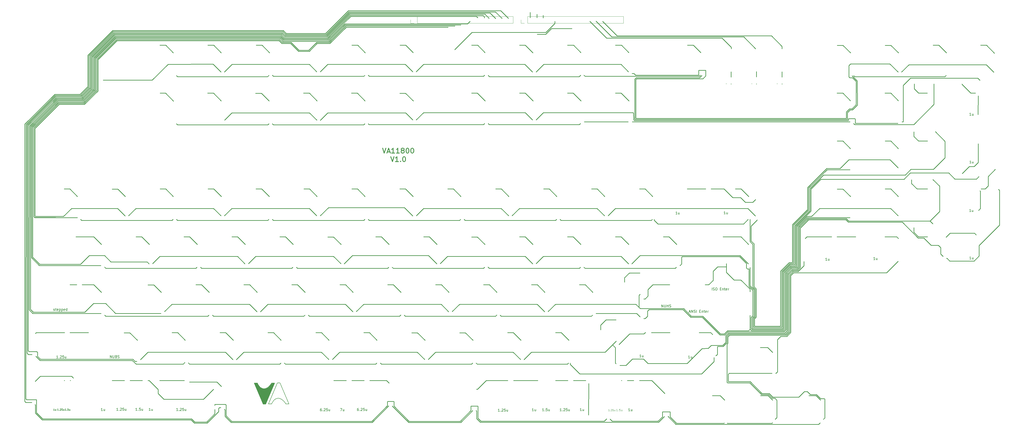
<source format=gbr>
%TF.GenerationSoftware,KiCad,Pcbnew,5.1.9+dfsg1-1*%
%TF.CreationDate,2022-02-11T04:52:15+01:00*%
%TF.ProjectId,va11800,76613131-3830-4302-9e6b-696361645f70,rev?*%
%TF.SameCoordinates,Original*%
%TF.FileFunction,Legend,Top*%
%TF.FilePolarity,Positive*%
%FSLAX46Y46*%
G04 Gerber Fmt 4.6, Leading zero omitted, Abs format (unit mm)*
G04 Created by KiCad (PCBNEW 5.1.9+dfsg1-1) date 2022-02-11 04:52:15*
%MOMM*%
%LPD*%
G01*
G04 APERTURE LIST*
%ADD10C,0.250000*%
%ADD11C,0.375000*%
%ADD12C,0.200000*%
%ADD13C,0.150000*%
%ADD14C,0.120000*%
%ADD15C,0.125000*%
G04 APERTURE END LIST*
D10*
X94010000Y-218010000D02*
X94500000Y-218010000D01*
X93680000Y-218340000D02*
X94010000Y-218010000D01*
X93680000Y-219630000D02*
X93680000Y-218340000D01*
X89070000Y-224230000D02*
X93680000Y-219630000D01*
X17940000Y-195450000D02*
X17940000Y-192710000D01*
X18250000Y-195750000D02*
X17940000Y-195450000D01*
X21360000Y-195760000D02*
X18250000Y-195750000D01*
X21680000Y-196080000D02*
X21360000Y-195760000D01*
X17050000Y-214590000D02*
X17040000Y-211790000D01*
X17350000Y-214890000D02*
X17050000Y-214590000D01*
X21190000Y-214900000D02*
X17350000Y-214890000D01*
X21260000Y-214930000D02*
X21190000Y-214900000D01*
X21260000Y-220050000D02*
X21260000Y-214930000D01*
X96360000Y-216740000D02*
X92180000Y-216730000D01*
X92150000Y-216740000D02*
X92150000Y-216730000D01*
X96640000Y-217020000D02*
X96360000Y-216740000D01*
X163190000Y-215570000D02*
X163290000Y-215670000D01*
X160870000Y-215570000D02*
X163190000Y-215570000D01*
X160720000Y-215720000D02*
X160870000Y-215570000D01*
X163300000Y-217430000D02*
X163300000Y-215680000D01*
X196590000Y-217440000D02*
X193940000Y-217440000D01*
X196640000Y-217500000D02*
X196590000Y-217440000D01*
X346430000Y-103170000D02*
X346650000Y-103400000D01*
X343970000Y-103170000D02*
X346430000Y-103170000D01*
X20530000Y-142470000D02*
X37520000Y-142480000D01*
X251960000Y-70220000D02*
X246190000Y-64440000D01*
X313350000Y-70220000D02*
X251960000Y-70220000D01*
X317520000Y-74410000D02*
X313350000Y-70220000D01*
X317520000Y-75410000D02*
X317520000Y-74410000D01*
X302320000Y-70670000D02*
X307040000Y-75370000D01*
X249870000Y-70670000D02*
X302320000Y-70670000D01*
X243590000Y-64410000D02*
X249870000Y-70670000D01*
X247790000Y-71120000D02*
X241110000Y-64440000D01*
X293700000Y-71120000D02*
X247790000Y-71120000D01*
X297340000Y-74760000D02*
X293700000Y-71120000D01*
X297340000Y-75340000D02*
X297340000Y-74760000D01*
X317510000Y-86680000D02*
X317510000Y-84510000D01*
X307370000Y-86590000D02*
X307370000Y-84420000D01*
X297270000Y-86670000D02*
X297270000Y-84500000D01*
X222630000Y-63060000D02*
X222630000Y-62050000D01*
X220120000Y-61650000D02*
X220120000Y-62990000D01*
X217440000Y-63050000D02*
X217440000Y-60940000D01*
X225870000Y-67320000D02*
X234000000Y-67320000D01*
X223580000Y-69600000D02*
X225870000Y-67320000D01*
X220250000Y-69600000D02*
X223580000Y-69600000D01*
X227280000Y-65270000D02*
X227280000Y-64460000D01*
X223680000Y-68880000D02*
X227280000Y-65270000D01*
X194330000Y-68880000D02*
X223680000Y-68880000D01*
X187450000Y-75730000D02*
X194330000Y-68880000D01*
X279880000Y-73970000D02*
X282300000Y-73970000D01*
X282300000Y-73970000D02*
X285220000Y-76890000D01*
X251310000Y-73980000D02*
X253730000Y-73980000D01*
X253730000Y-73980000D02*
X256660000Y-76910000D01*
X251310000Y-93030000D02*
X253620000Y-93030000D01*
X253620000Y-93030000D02*
X256730000Y-96140000D01*
X232230000Y-93020000D02*
X234540000Y-93020000D01*
X234540000Y-93020000D02*
X237650000Y-96130000D01*
X213200000Y-93020000D02*
X215510000Y-93020000D01*
X215510000Y-93020000D02*
X218620000Y-96130000D01*
X194160000Y-93030000D02*
X196470000Y-93030000D01*
X196470000Y-93030000D02*
X199580000Y-96140000D01*
X165580000Y-93040000D02*
X167890000Y-93040000D01*
X167890000Y-93040000D02*
X171000000Y-96150000D01*
X146410000Y-93020000D02*
X148720000Y-93020000D01*
X148720000Y-93020000D02*
X151830000Y-96130000D01*
X127370000Y-93030000D02*
X129680000Y-93030000D01*
X129680000Y-93030000D02*
X132790000Y-96140000D01*
X108310000Y-93040000D02*
X110620000Y-93040000D01*
X110620000Y-93040000D02*
X113730000Y-96150000D01*
X91570000Y-93020000D02*
X94680000Y-96130000D01*
X89260000Y-93020000D02*
X91570000Y-93020000D01*
X77330000Y-86460000D02*
X76910000Y-86040000D01*
X113050000Y-86450000D02*
X77330000Y-86460000D01*
X113600000Y-85920000D02*
X113050000Y-86450000D01*
X115420000Y-86340000D02*
X114990000Y-85900000D01*
X151270000Y-86330000D02*
X115420000Y-86340000D01*
X151690000Y-85920000D02*
X151270000Y-86330000D01*
X153520000Y-86330000D02*
X153090000Y-85890000D01*
X198900000Y-86330000D02*
X153520000Y-86330000D01*
X199300000Y-85910000D02*
X198900000Y-86330000D01*
X201270000Y-86450000D02*
X200780000Y-85970000D01*
X236880000Y-86460000D02*
X201270000Y-86450000D01*
X237450000Y-85860000D02*
X236880000Y-86460000D01*
X239250000Y-86330000D02*
X238800000Y-85890000D01*
X284620000Y-86330000D02*
X239250000Y-86330000D01*
X285060000Y-85880000D02*
X284620000Y-86330000D01*
X284730000Y-86900000D02*
X285680000Y-85950000D01*
X259570000Y-86900000D02*
X284730000Y-86900000D01*
X258970000Y-87510000D02*
X259570000Y-86900000D01*
X258970000Y-103380000D02*
X258970000Y-87510000D01*
X259080000Y-103480000D02*
X258970000Y-103380000D01*
X343490000Y-103480000D02*
X259080000Y-103480000D01*
X343500000Y-100740000D02*
X343490000Y-103480000D01*
X344570000Y-99670000D02*
X343500000Y-100740000D01*
X345520000Y-99660000D02*
X344570000Y-99670000D01*
X347450000Y-97740000D02*
X345520000Y-99660000D01*
X347430000Y-88180000D02*
X347450000Y-97740000D01*
X345360000Y-86100000D02*
X347430000Y-88180000D01*
X346400000Y-86450000D02*
X345970000Y-86020000D01*
X382240000Y-86460000D02*
X346400000Y-86450000D01*
X382710000Y-86000000D02*
X382240000Y-86460000D01*
X398680000Y-81710000D02*
X401700000Y-84720000D01*
X367950000Y-81710000D02*
X398680000Y-81710000D01*
X365030000Y-84640000D02*
X367950000Y-81710000D01*
X360370000Y-81370000D02*
X363610000Y-84610000D01*
X344760000Y-81370000D02*
X360370000Y-81370000D01*
X344060000Y-82070000D02*
X344760000Y-81370000D01*
X344060000Y-86570000D02*
X344060000Y-82070000D01*
X344400000Y-86910000D02*
X344060000Y-86570000D01*
X345530000Y-86910000D02*
X344400000Y-86910000D01*
X346990000Y-88370000D02*
X345530000Y-86910000D01*
X346990000Y-97560000D02*
X346990000Y-88370000D01*
X345320000Y-99220000D02*
X346990000Y-97560000D01*
X344380000Y-99220000D02*
X345320000Y-99220000D01*
X343050000Y-100550000D02*
X344380000Y-99220000D01*
X343050000Y-103030000D02*
X343050000Y-100550000D01*
X259420000Y-103030000D02*
X343050000Y-103030000D01*
X259430000Y-87700000D02*
X259420000Y-103030000D01*
X259760000Y-87350000D02*
X259430000Y-87700000D01*
X286050000Y-87330000D02*
X259760000Y-87350000D01*
X287190000Y-86170000D02*
X286050000Y-87330000D01*
X287190000Y-83940000D02*
X287190000Y-86170000D01*
X284390000Y-83940000D02*
X287190000Y-83940000D01*
X284390000Y-85880000D02*
X284390000Y-83960000D01*
X259300000Y-85880000D02*
X284390000Y-85880000D01*
X258630000Y-85210000D02*
X259300000Y-85880000D01*
X257930000Y-85200000D02*
X258630000Y-85210000D01*
X253550000Y-81590000D02*
X256460000Y-84500000D01*
X222820000Y-81590000D02*
X253550000Y-81590000D01*
X219780000Y-84590000D02*
X222820000Y-81590000D01*
X215340000Y-81590000D02*
X218330000Y-84590000D01*
X175070000Y-81590000D02*
X215340000Y-81590000D01*
X172120000Y-84500000D02*
X175070000Y-81590000D01*
X167820000Y-81590000D02*
X170740000Y-84500000D01*
X136960000Y-81590000D02*
X167820000Y-81590000D01*
X134040000Y-84490000D02*
X136960000Y-81590000D01*
X129730000Y-81590000D02*
X132620000Y-84480000D01*
X99000000Y-81580000D02*
X129730000Y-81590000D01*
X95960000Y-84630000D02*
X99000000Y-81580000D01*
X91420000Y-81510000D02*
X94540000Y-84610000D01*
X73540000Y-81520000D02*
X91420000Y-81510000D01*
X67230000Y-87820000D02*
X73540000Y-81520000D01*
X47760000Y-87810000D02*
X67230000Y-87820000D01*
X72520000Y-93020000D02*
X70330000Y-93020000D01*
X75680000Y-96180000D02*
X72520000Y-93020000D01*
X98870000Y-100870000D02*
X95980000Y-103770000D01*
X129730000Y-100880000D02*
X98870000Y-100870000D01*
X132640000Y-103780000D02*
X129730000Y-100880000D01*
X136980000Y-100880000D02*
X134060000Y-103790000D01*
X167940000Y-100870000D02*
X136980000Y-100880000D01*
X170750000Y-103690000D02*
X167940000Y-100870000D01*
X175070000Y-100760000D02*
X172170000Y-103650000D01*
X215450000Y-100760000D02*
X175070000Y-100760000D01*
X218380000Y-103680000D02*
X215450000Y-100760000D01*
X222700000Y-100760000D02*
X219800000Y-103650000D01*
X258340000Y-100760000D02*
X222700000Y-100760000D01*
X258520000Y-100930000D02*
X258340000Y-100760000D01*
X258540000Y-103610000D02*
X258530000Y-100950000D01*
X258860000Y-103930000D02*
X258540000Y-103610000D01*
X343770000Y-103930000D02*
X258860000Y-103930000D01*
X343950000Y-103740000D02*
X343770000Y-103930000D01*
X343950000Y-103170000D02*
X343950000Y-103740000D01*
X346650000Y-104990000D02*
X346650000Y-103400000D01*
X346710000Y-105050000D02*
X346650000Y-104990000D01*
X363580000Y-105050000D02*
X346710000Y-105050000D01*
X365670000Y-104380000D02*
X365140000Y-104380000D01*
X365670000Y-89930000D02*
X365670000Y-104380000D01*
X368520000Y-87080000D02*
X365670000Y-89930000D01*
X395310000Y-87080000D02*
X368520000Y-87080000D01*
X396120000Y-87900000D02*
X395310000Y-87080000D01*
X77320000Y-105620000D02*
X76920000Y-105220000D01*
X113170000Y-105630000D02*
X77320000Y-105620000D01*
X113600000Y-105180000D02*
X113170000Y-105630000D01*
X115420000Y-105620000D02*
X115010000Y-105210000D01*
X151270000Y-105620000D02*
X115420000Y-105620000D01*
X151700000Y-105180000D02*
X151270000Y-105620000D01*
X153430000Y-105530000D02*
X153100000Y-105210000D01*
X198900000Y-105510000D02*
X153430000Y-105530000D01*
X199310000Y-105070000D02*
X198900000Y-105510000D01*
X201150000Y-105510000D02*
X200740000Y-105100000D01*
X237000000Y-105500000D02*
X201150000Y-105510000D01*
X237400000Y-105120000D02*
X237000000Y-105500000D01*
X256370000Y-104380000D02*
X238960000Y-104380000D01*
X344530000Y-104380000D02*
X257990000Y-104390000D01*
X346410000Y-105500000D02*
X345970000Y-105070000D01*
X369880000Y-105510000D02*
X346410000Y-105500000D01*
X377870000Y-97510000D02*
X369880000Y-105510000D01*
X377870000Y-89370000D02*
X377870000Y-97510000D01*
X371780000Y-93010000D02*
X375250000Y-93020000D01*
X370080000Y-91290000D02*
X371780000Y-93010000D01*
X370080000Y-89340000D02*
X370080000Y-91290000D01*
X389010000Y-89510000D02*
X389010000Y-89360000D01*
X392520000Y-93020000D02*
X389010000Y-89510000D01*
X394390000Y-93020000D02*
X392520000Y-93020000D01*
X395430000Y-101510000D02*
X395450000Y-94090000D01*
X369950000Y-110230000D02*
X369950000Y-108440000D01*
X371800000Y-112070000D02*
X369950000Y-110230000D01*
X375330000Y-112060000D02*
X371800000Y-112070000D01*
X395450000Y-120580000D02*
X395440000Y-113180000D01*
X393830000Y-122190000D02*
X395450000Y-120580000D01*
X391950000Y-122190000D02*
X393830000Y-122190000D01*
X389150000Y-124980000D02*
X391950000Y-122190000D01*
X368970000Y-128940000D02*
X368970000Y-127480000D01*
X371160000Y-131120000D02*
X368970000Y-128940000D01*
X375350000Y-131110000D02*
X371160000Y-131120000D01*
X394000000Y-148720000D02*
X394640000Y-149370000D01*
X384310000Y-148720000D02*
X394000000Y-148720000D01*
X382680000Y-150330000D02*
X384310000Y-148720000D01*
X369950000Y-148330000D02*
X369950000Y-146520000D01*
X371790000Y-150170000D02*
X369950000Y-148330000D01*
X375340000Y-150170000D02*
X371790000Y-150170000D01*
X363150000Y-150170000D02*
X363760000Y-150780000D01*
X358420000Y-150160000D02*
X363150000Y-150170000D01*
X339350000Y-150180000D02*
X346760000Y-150170000D01*
X327410000Y-150170000D02*
X337200000Y-150170000D01*
X326730000Y-150830000D02*
X327410000Y-150170000D01*
X301240000Y-131120000D02*
X298920000Y-131120000D01*
X304280000Y-134160000D02*
X301240000Y-131120000D01*
X305890000Y-136400000D02*
X307010000Y-135280000D01*
X302900000Y-136390000D02*
X305890000Y-136400000D01*
X301080000Y-134570000D02*
X302900000Y-136390000D01*
X297940000Y-134570000D02*
X301080000Y-134570000D01*
X294500000Y-131120000D02*
X297940000Y-134570000D01*
X289330000Y-131120000D02*
X294500000Y-131120000D01*
X279810000Y-131120000D02*
X287230000Y-131120000D01*
X301260000Y-150170000D02*
X304240000Y-153180000D01*
X294080000Y-150160000D02*
X301260000Y-150170000D01*
X256860000Y-164490000D02*
X261040000Y-164490000D01*
X254950000Y-166410000D02*
X256860000Y-164490000D01*
X254940000Y-168150000D02*
X254950000Y-166410000D01*
X266180000Y-169220000D02*
X272920000Y-169220000D01*
X264270000Y-171130000D02*
X266180000Y-169220000D01*
X264270000Y-173700000D02*
X264270000Y-171130000D01*
X263110000Y-174850000D02*
X264270000Y-173700000D01*
X262580000Y-174850000D02*
X263110000Y-174850000D01*
X304790000Y-170910000D02*
X304800000Y-171960000D01*
X301200000Y-167320000D02*
X304790000Y-170910000D01*
X298480000Y-167310000D02*
X301200000Y-167320000D01*
X295440000Y-164270000D02*
X298480000Y-167310000D01*
X295430000Y-160800000D02*
X295440000Y-164270000D01*
X291910000Y-162100000D02*
X295430000Y-162100000D01*
X290150000Y-163870000D02*
X291910000Y-162100000D01*
X290150000Y-167480000D02*
X290150000Y-163870000D01*
X288400000Y-169220000D02*
X290150000Y-167480000D01*
X286970000Y-169230000D02*
X288400000Y-169220000D01*
X311870000Y-194140000D02*
X308880000Y-194140000D01*
X313810000Y-196080000D02*
X311870000Y-194140000D01*
X289210000Y-188270000D02*
X289940000Y-189000000D01*
X284560000Y-188260000D02*
X289210000Y-188270000D01*
X265560000Y-188270000D02*
X272950000Y-188270000D01*
X263180000Y-188270000D02*
X263350000Y-188270000D01*
X262670000Y-188780000D02*
X263180000Y-188280000D01*
X256930000Y-188780000D02*
X262670000Y-188780000D01*
X252750000Y-192950000D02*
X256930000Y-188780000D01*
X247580000Y-183120000D02*
X251550000Y-183120000D01*
X245430000Y-185280000D02*
X247580000Y-183120000D01*
X245410000Y-187170000D02*
X245430000Y-185280000D01*
X44070000Y-169220000D02*
X47050000Y-172210000D01*
X39350000Y-169220000D02*
X44070000Y-169220000D01*
X34560000Y-169220000D02*
X37230000Y-169220000D01*
X44060000Y-150170000D02*
X47050000Y-153160000D01*
X36930000Y-150170000D02*
X44060000Y-150170000D01*
X21170000Y-188270000D02*
X20840000Y-188600000D01*
X32460000Y-188270000D02*
X21170000Y-188270000D01*
X41950000Y-188270000D02*
X34570000Y-188270000D01*
X360760000Y-131120000D02*
X363770000Y-134130000D01*
X358450000Y-131120000D02*
X360760000Y-131120000D01*
X341720000Y-131140000D02*
X344730000Y-134150000D01*
X339410000Y-131140000D02*
X341720000Y-131140000D01*
X360760000Y-112070000D02*
X363770000Y-115080000D01*
X358450000Y-112070000D02*
X360760000Y-112070000D01*
X341710000Y-112060000D02*
X344720000Y-115070000D01*
X339400000Y-112060000D02*
X341710000Y-112060000D01*
X341690000Y-93020000D02*
X344700000Y-96030000D01*
X339380000Y-93020000D02*
X341690000Y-93020000D01*
X398750000Y-73980000D02*
X401900000Y-77120000D01*
X396440000Y-73980000D02*
X398750000Y-73980000D01*
X379820000Y-73980000D02*
X382830000Y-76990000D01*
X377510000Y-73980000D02*
X379820000Y-73980000D01*
X360790000Y-74000000D02*
X363800000Y-77010000D01*
X358480000Y-74000000D02*
X360790000Y-74000000D01*
X341730000Y-74000000D02*
X344740000Y-77010000D01*
X339420000Y-74000000D02*
X341730000Y-74000000D01*
X360740000Y-93020000D02*
X363750000Y-96030000D01*
X358430000Y-93020000D02*
X360740000Y-93020000D01*
X234680000Y-73980000D02*
X237600000Y-76890000D01*
X232250000Y-73970000D02*
X234670000Y-73970000D01*
X215510000Y-73970000D02*
X218520000Y-76980000D01*
X213200000Y-73970000D02*
X215510000Y-73970000D01*
X196580000Y-73970000D02*
X199500000Y-76890000D01*
X194180000Y-73970000D02*
X196580000Y-73970000D01*
X168010000Y-73970000D02*
X170930000Y-76890000D01*
X165700000Y-73970000D02*
X168010000Y-73970000D01*
X148910000Y-73940000D02*
X151920000Y-76950000D01*
X146600000Y-73940000D02*
X148910000Y-73940000D01*
X110880000Y-73960000D02*
X113890000Y-76970000D01*
X108570000Y-73960000D02*
X110880000Y-73960000D01*
X91660000Y-73960000D02*
X94670000Y-76970000D01*
X89350000Y-73960000D02*
X91660000Y-73960000D01*
X72620000Y-73960000D02*
X75630000Y-76970000D01*
X70310000Y-73960000D02*
X72620000Y-73960000D01*
X229800000Y-188270000D02*
X232810000Y-191280000D01*
X227490000Y-188270000D02*
X229800000Y-188270000D01*
X210770000Y-188280000D02*
X213780000Y-191290000D01*
X208460000Y-188280000D02*
X210770000Y-188280000D01*
X191710000Y-188290000D02*
X194720000Y-191300000D01*
X189400000Y-188290000D02*
X191710000Y-188290000D01*
X172650000Y-188290000D02*
X175660000Y-191300000D01*
X170340000Y-188290000D02*
X172650000Y-188290000D01*
X153580000Y-188260000D02*
X156590000Y-191270000D01*
X151270000Y-188260000D02*
X153580000Y-188260000D01*
X134520000Y-188280000D02*
X137530000Y-191290000D01*
X132210000Y-188280000D02*
X134520000Y-188280000D01*
X115480000Y-188260000D02*
X118490000Y-191270000D01*
X113170000Y-188260000D02*
X115480000Y-188260000D01*
X96450000Y-188270000D02*
X99460000Y-191280000D01*
X94140000Y-188270000D02*
X96450000Y-188270000D01*
X77380000Y-188280000D02*
X80390000Y-191290000D01*
X75070000Y-188280000D02*
X77380000Y-188280000D01*
X58350000Y-188300000D02*
X61360000Y-191310000D01*
X56040000Y-188300000D02*
X58350000Y-188300000D01*
X239320000Y-169230000D02*
X242330000Y-172240000D01*
X237010000Y-169230000D02*
X239320000Y-169230000D01*
X220280000Y-169230000D02*
X223290000Y-172240000D01*
X217970000Y-169230000D02*
X220280000Y-169230000D01*
X201220000Y-169220000D02*
X204230000Y-172230000D01*
X198910000Y-169220000D02*
X201220000Y-169220000D01*
X182180000Y-169220000D02*
X185190000Y-172230000D01*
X179870000Y-169220000D02*
X182180000Y-169220000D01*
X163110000Y-169220000D02*
X166120000Y-172230000D01*
X160800000Y-169220000D02*
X163110000Y-169220000D01*
X144090000Y-169220000D02*
X147100000Y-172230000D01*
X141780000Y-169220000D02*
X144090000Y-169220000D01*
X125000000Y-169210000D02*
X128010000Y-172220000D01*
X122690000Y-169210000D02*
X125000000Y-169210000D01*
X105970000Y-169210000D02*
X108980000Y-172220000D01*
X103660000Y-169210000D02*
X105970000Y-169210000D01*
X86900000Y-169210000D02*
X89910000Y-172220000D01*
X84590000Y-169210000D02*
X86900000Y-169210000D01*
X67870000Y-169240000D02*
X70880000Y-172250000D01*
X65560000Y-169240000D02*
X67870000Y-169240000D01*
X272660000Y-150170000D02*
X275670000Y-153180000D01*
X270350000Y-150170000D02*
X272660000Y-150170000D01*
X253610000Y-150170000D02*
X256620000Y-153180000D01*
X251300000Y-150170000D02*
X253610000Y-150170000D01*
X234550000Y-150170000D02*
X237560000Y-153180000D01*
X232240000Y-150170000D02*
X234550000Y-150170000D01*
X215510000Y-150170000D02*
X218520000Y-153180000D01*
X213200000Y-150170000D02*
X215510000Y-150170000D01*
X196470000Y-150190000D02*
X199480000Y-153200000D01*
X194160000Y-150190000D02*
X196470000Y-150190000D01*
X177400000Y-150150000D02*
X180410000Y-153160000D01*
X175090000Y-150150000D02*
X177400000Y-150150000D01*
X158340000Y-150150000D02*
X161350000Y-153160000D01*
X156030000Y-150150000D02*
X158340000Y-150150000D01*
X139320000Y-150190000D02*
X142330000Y-153200000D01*
X137010000Y-150190000D02*
X139320000Y-150190000D01*
X120250000Y-150160000D02*
X123260000Y-153170000D01*
X117940000Y-150160000D02*
X120250000Y-150160000D01*
X101220000Y-150170000D02*
X104230000Y-153180000D01*
X98910000Y-150170000D02*
X101220000Y-150170000D01*
X82150000Y-150160000D02*
X85160000Y-153170000D01*
X79840000Y-150160000D02*
X82150000Y-150160000D01*
X63120000Y-150160000D02*
X66130000Y-153170000D01*
X60810000Y-150160000D02*
X63120000Y-150160000D01*
X263140000Y-131130000D02*
X266150000Y-134140000D01*
X260830000Y-131130000D02*
X263140000Y-131130000D01*
X244080000Y-131130000D02*
X247090000Y-134140000D01*
X241770000Y-131130000D02*
X244080000Y-131130000D01*
X225040000Y-131120000D02*
X228050000Y-134130000D01*
X222730000Y-131120000D02*
X225040000Y-131120000D01*
X205990000Y-131120000D02*
X209000000Y-134130000D01*
X203680000Y-131120000D02*
X205990000Y-131120000D01*
X186930000Y-131120000D02*
X189940000Y-134130000D01*
X184620000Y-131120000D02*
X186930000Y-131120000D01*
X167900000Y-131120000D02*
X170910000Y-134130000D01*
X165590000Y-131120000D02*
X167900000Y-131120000D01*
X148840000Y-131120000D02*
X151850000Y-134130000D01*
X146530000Y-131120000D02*
X148840000Y-131120000D01*
X129790000Y-131130000D02*
X132800000Y-134140000D01*
X127480000Y-131130000D02*
X129790000Y-131130000D01*
X110750000Y-131130000D02*
X113760000Y-134140000D01*
X108440000Y-131130000D02*
X110750000Y-131130000D01*
X91700000Y-131120000D02*
X94710000Y-134130000D01*
X89390000Y-131120000D02*
X91700000Y-131120000D01*
X72640000Y-131130000D02*
X75650000Y-134140000D01*
X70330000Y-131130000D02*
X72640000Y-131130000D01*
X53580000Y-131140000D02*
X56590000Y-134150000D01*
X51270000Y-131140000D02*
X53580000Y-131140000D01*
X34530000Y-131120000D02*
X37540000Y-134130000D01*
X32220000Y-131120000D02*
X34530000Y-131120000D01*
X144340000Y-66800000D02*
X184850000Y-66800000D01*
X137840000Y-73300000D02*
X144340000Y-66800000D01*
X132790000Y-73300000D02*
X137840000Y-73300000D01*
X129680000Y-76410000D02*
X132790000Y-73300000D01*
X125390000Y-76410000D02*
X129680000Y-76410000D01*
X122280000Y-73300000D02*
X125390000Y-76410000D01*
X118820000Y-73300000D02*
X122280000Y-73300000D01*
X117700000Y-72170000D02*
X118820000Y-73300000D01*
X53230000Y-72170000D02*
X117700000Y-72170000D01*
X45720000Y-79690000D02*
X53230000Y-72170000D01*
X45720000Y-92110000D02*
X45720000Y-79690000D01*
X40320000Y-97510000D02*
X45720000Y-92110000D01*
X30230000Y-97510000D02*
X40320000Y-97510000D01*
X20670000Y-107070000D02*
X30230000Y-97510000D01*
X20660000Y-141890000D02*
X20670000Y-107070000D01*
X20800000Y-142030000D02*
X20660000Y-141890000D01*
X32030000Y-142030000D02*
X20800000Y-142030000D01*
X35210000Y-138860000D02*
X32030000Y-142030000D01*
X53520000Y-138860000D02*
X35210000Y-138860000D01*
X56450000Y-141810000D02*
X53520000Y-138860000D01*
X60780000Y-138860000D02*
X57870000Y-141760000D01*
X91620000Y-138860000D02*
X60780000Y-138860000D01*
X94540000Y-141770000D02*
X91620000Y-138860000D01*
X98870000Y-138860000D02*
X95950000Y-141780000D01*
X129730000Y-138860000D02*
X98870000Y-138860000D01*
X132630000Y-141790000D02*
X129730000Y-138860000D01*
X137310000Y-138520000D02*
X134050000Y-141780000D01*
X167490000Y-138520000D02*
X137310000Y-138520000D01*
X170770000Y-141800000D02*
X167490000Y-138520000D01*
X175070000Y-138860000D02*
X172180000Y-141750000D01*
X205920000Y-138860000D02*
X175070000Y-138860000D01*
X208840000Y-141770000D02*
X205920000Y-138860000D01*
X213170000Y-138860000D02*
X210250000Y-141780000D01*
X244030000Y-138860000D02*
X213170000Y-138860000D01*
X246940000Y-141790000D02*
X244030000Y-138860000D01*
X251280000Y-138860000D02*
X248380000Y-141750000D01*
X303950000Y-138860000D02*
X251280000Y-138860000D01*
X306910000Y-141810000D02*
X303950000Y-138860000D01*
X307590000Y-143560000D02*
X307590000Y-143330000D01*
X305250000Y-145890000D02*
X307580000Y-143560000D01*
X305250000Y-151850000D02*
X305250000Y-145890000D01*
X306370000Y-152970000D02*
X305250000Y-151850000D01*
X306380000Y-169950000D02*
X306370000Y-152970000D01*
X307270000Y-170840000D02*
X306380000Y-169950000D01*
X307280000Y-182090000D02*
X307270000Y-170840000D01*
X306610000Y-182760000D02*
X307280000Y-182090000D01*
X306610000Y-185690000D02*
X306610000Y-182760000D01*
X316930000Y-185700000D02*
X306610000Y-185690000D01*
X316930000Y-163860000D02*
X316930000Y-185700000D01*
X320420000Y-160360000D02*
X316930000Y-163860000D01*
X321660000Y-160360000D02*
X320420000Y-160360000D01*
X321660000Y-145330000D02*
X321660000Y-160360000D01*
X327670000Y-139320000D02*
X321660000Y-145330000D01*
X327670000Y-130610000D02*
X327670000Y-139320000D01*
X335290000Y-122990000D02*
X327670000Y-130610000D01*
X340650000Y-122980000D02*
X335290000Y-122990000D01*
X344110000Y-119530000D02*
X340650000Y-122980000D01*
X360430000Y-119530000D02*
X344110000Y-119530000D01*
X363650000Y-122740000D02*
X360430000Y-119530000D01*
X335470000Y-123430000D02*
X344490000Y-123430000D01*
X328120000Y-130790000D02*
X335470000Y-123430000D01*
X328120000Y-139500000D02*
X328120000Y-130790000D01*
X322110000Y-145510000D02*
X328120000Y-139500000D01*
X322110000Y-160810000D02*
X322110000Y-145510000D01*
X320610000Y-160810000D02*
X322110000Y-160810000D01*
X317380000Y-164040000D02*
X320610000Y-160810000D01*
X317380000Y-186140000D02*
X317380000Y-164040000D01*
X306160000Y-186140000D02*
X317380000Y-186140000D01*
X306160000Y-182580000D02*
X306160000Y-186140000D01*
X306820000Y-181910000D02*
X306160000Y-182580000D01*
X306820000Y-171030000D02*
X306820000Y-181910000D01*
X305920000Y-170130000D02*
X306820000Y-171030000D01*
X305920000Y-153160000D02*
X305920000Y-170130000D01*
X304800000Y-152040000D02*
X305920000Y-153160000D01*
X304800000Y-143220000D02*
X304800000Y-152040000D01*
X302250000Y-145030000D02*
X304060000Y-143220000D01*
X268200000Y-145040000D02*
X302250000Y-145030000D01*
X266700000Y-143530000D02*
X268200000Y-145040000D01*
X266690000Y-143190000D02*
X266700000Y-143530000D01*
X265570000Y-143610000D02*
X265980000Y-143200000D01*
X229720000Y-143600000D02*
X265570000Y-143610000D01*
X229300000Y-143180000D02*
X229720000Y-143600000D01*
X227470000Y-143610000D02*
X227890000Y-143190000D01*
X191620000Y-143610000D02*
X227470000Y-143610000D01*
X191200000Y-143180000D02*
X191620000Y-143610000D01*
X189370000Y-143610000D02*
X189780000Y-143200000D01*
X153520000Y-143610000D02*
X189370000Y-143610000D01*
X153090000Y-143170000D02*
X153520000Y-143610000D01*
X151270000Y-143610000D02*
X151700000Y-143180000D01*
X115420000Y-143610000D02*
X151270000Y-143610000D01*
X114970000Y-143160000D02*
X115420000Y-143610000D01*
X113170000Y-143610000D02*
X113580000Y-143200000D01*
X77330000Y-143610000D02*
X113170000Y-143610000D01*
X76880000Y-143160000D02*
X77330000Y-143610000D01*
X75070000Y-143610000D02*
X75490000Y-143190000D01*
X39230000Y-143610000D02*
X75070000Y-143610000D01*
X38780000Y-143160000D02*
X39230000Y-143610000D01*
X20550000Y-142490000D02*
X37350000Y-142480000D01*
X20210000Y-142140000D02*
X20550000Y-142490000D01*
X20220000Y-106820000D02*
X20210000Y-142140000D01*
X29980000Y-97060000D02*
X20220000Y-106820000D01*
X40140000Y-97060000D02*
X29980000Y-97060000D01*
X45270000Y-91920000D02*
X40140000Y-97060000D01*
X45270000Y-79490000D02*
X45270000Y-91920000D01*
X53060000Y-71710000D02*
X45270000Y-79490000D01*
X117880000Y-71720000D02*
X53060000Y-71710000D01*
X119010000Y-72840000D02*
X117880000Y-71720000D01*
X122460000Y-72840000D02*
X119010000Y-72840000D01*
X125590000Y-75960000D02*
X122460000Y-72840000D01*
X129490000Y-75960000D02*
X125590000Y-75960000D01*
X132600000Y-72850000D02*
X129490000Y-75960000D01*
X137660000Y-72840000D02*
X132600000Y-72850000D01*
X144160000Y-66350000D02*
X137660000Y-72840000D01*
X187500000Y-66350000D02*
X144160000Y-66350000D01*
X143960000Y-65900000D02*
X189900000Y-65900000D01*
X137480000Y-72390000D02*
X143960000Y-65900000D01*
X119190000Y-72390000D02*
X137480000Y-72390000D01*
X118070000Y-71270000D02*
X119190000Y-72390000D01*
X52870000Y-71260000D02*
X118070000Y-71270000D01*
X44820000Y-79310000D02*
X52870000Y-71260000D01*
X44820000Y-91730000D02*
X44820000Y-79310000D01*
X39950000Y-96610000D02*
X44820000Y-91730000D01*
X29800000Y-96610000D02*
X39950000Y-96610000D01*
X19770000Y-106630000D02*
X29800000Y-96610000D01*
X19750000Y-158280000D02*
X19770000Y-106630000D01*
X22550000Y-161080000D02*
X19750000Y-158280000D01*
X38760000Y-161080000D02*
X22550000Y-161080000D01*
X42210000Y-157630000D02*
X38760000Y-161080000D01*
X48310000Y-157630000D02*
X42210000Y-157630000D01*
X50820000Y-160130000D02*
X48310000Y-157630000D01*
X65270000Y-160130000D02*
X50820000Y-160130000D01*
X65990000Y-160860000D02*
X65270000Y-160130000D01*
X70300000Y-157910000D02*
X67370000Y-160830000D01*
X101150000Y-157910000D02*
X70300000Y-157910000D01*
X104090000Y-160860000D02*
X101150000Y-157910000D01*
X108390000Y-157910000D02*
X105490000Y-160820000D01*
X139250000Y-157910000D02*
X108390000Y-157910000D01*
X142220000Y-160840000D02*
X139250000Y-157910000D01*
X146830000Y-157570000D02*
X143550000Y-160860000D01*
X177010000Y-157570000D02*
X146830000Y-157570000D01*
X180320000Y-160870000D02*
X177010000Y-157570000D01*
X184590000Y-157910000D02*
X181680000Y-160830000D01*
X215450000Y-157910000D02*
X184590000Y-157910000D01*
X218410000Y-160860000D02*
X215450000Y-157910000D01*
X222700000Y-157910000D02*
X219770000Y-160840000D01*
X253550000Y-157910000D02*
X222700000Y-157910000D01*
X256510000Y-160880000D02*
X253550000Y-157910000D01*
X261140000Y-157570000D02*
X257850000Y-160860000D01*
X300840000Y-157570000D02*
X261140000Y-157570000D01*
X304120000Y-160850000D02*
X300840000Y-157570000D01*
X304800000Y-169650000D02*
X304800000Y-162320000D01*
X306370000Y-171210000D02*
X304800000Y-169650000D01*
X306370000Y-181730000D02*
X306370000Y-171210000D01*
X305710000Y-182390000D02*
X306370000Y-181730000D01*
X305710000Y-186410000D02*
X305710000Y-182390000D01*
X305890000Y-186590000D02*
X305720000Y-186420000D01*
X317830000Y-186590000D02*
X305910000Y-186590000D01*
X317830000Y-164220000D02*
X317830000Y-186590000D01*
X320800000Y-161260000D02*
X317830000Y-164220000D01*
X322560000Y-161260000D02*
X320800000Y-161260000D01*
X322560000Y-145700000D02*
X322560000Y-161260000D01*
X328570000Y-139690000D02*
X322560000Y-145700000D01*
X328570000Y-130970000D02*
X328570000Y-139690000D01*
X333990000Y-125550000D02*
X328570000Y-130970000D01*
X366530000Y-125550000D02*
X333990000Y-125550000D01*
X368750000Y-123330000D02*
X366530000Y-125550000D01*
X377710000Y-123330000D02*
X368750000Y-123330000D01*
X382300000Y-118740000D02*
X377710000Y-123330000D01*
X382300000Y-112170000D02*
X382300000Y-118740000D01*
X378450000Y-108320000D02*
X382300000Y-112170000D01*
X394770000Y-127170000D02*
X395720000Y-126220000D01*
X386180000Y-127170000D02*
X394770000Y-127170000D01*
X383780000Y-124770000D02*
X386180000Y-127170000D01*
X368490000Y-124770000D02*
X383780000Y-124770000D01*
X366000000Y-127260000D02*
X368490000Y-124770000D01*
X332920000Y-127260000D02*
X366000000Y-127260000D01*
X329020000Y-131160000D02*
X332920000Y-127260000D01*
X329020000Y-139870000D02*
X329020000Y-131160000D01*
X323010000Y-145880000D02*
X329020000Y-139870000D01*
X323010000Y-161520000D02*
X323010000Y-145880000D01*
X322820000Y-161710000D02*
X323010000Y-161520000D01*
X320980000Y-161710000D02*
X322820000Y-161710000D01*
X318280000Y-164410000D02*
X320980000Y-161710000D01*
X318280000Y-186740000D02*
X318280000Y-164410000D01*
X317980000Y-187040000D02*
X318280000Y-186740000D01*
X305710000Y-187040000D02*
X317980000Y-187040000D01*
X305250000Y-186580000D02*
X305710000Y-187040000D01*
X305250000Y-182210000D02*
X305250000Y-186580000D01*
X305920000Y-181540000D02*
X305250000Y-182210000D01*
X305920000Y-171400000D02*
X305920000Y-181540000D01*
X304350000Y-169830000D02*
X305920000Y-171400000D01*
X304350000Y-162930000D02*
X304350000Y-169830000D01*
X303750000Y-162930000D02*
X304350000Y-162930000D01*
X303390000Y-162570000D02*
X303750000Y-162930000D01*
X303390000Y-160760000D02*
X303390000Y-162570000D01*
X300650000Y-158020000D02*
X303390000Y-160760000D01*
X277860000Y-158020000D02*
X300650000Y-158020000D01*
X277650000Y-158230000D02*
X277860000Y-158020000D01*
X277650000Y-160910000D02*
X277650000Y-158230000D01*
X277030000Y-161530000D02*
X277650000Y-160910000D01*
X276950000Y-161520000D02*
X277030000Y-161530000D01*
X275100000Y-162660000D02*
X275520000Y-162240000D01*
X239250000Y-162660000D02*
X275100000Y-162660000D01*
X238790000Y-162210000D02*
X239250000Y-162660000D01*
X237000000Y-162660000D02*
X237430000Y-162230000D01*
X201140000Y-162660000D02*
X237000000Y-162660000D01*
X200690000Y-162200000D02*
X201140000Y-162660000D01*
X198900000Y-162660000D02*
X199320000Y-162230000D01*
X163050000Y-162660000D02*
X198900000Y-162660000D01*
X162590000Y-162210000D02*
X163050000Y-162660000D01*
X160800000Y-162660000D02*
X161210000Y-162240000D01*
X124950000Y-162660000D02*
X160800000Y-162660000D01*
X124510000Y-162220000D02*
X124950000Y-162660000D01*
X122690000Y-162660000D02*
X123130000Y-162230000D01*
X86850000Y-162660000D02*
X122690000Y-162660000D01*
X86420000Y-162220000D02*
X86850000Y-162660000D01*
X84600000Y-162660000D02*
X85020000Y-162230000D01*
X48750000Y-162660000D02*
X84600000Y-162660000D01*
X48310000Y-162200000D02*
X48750000Y-162660000D01*
X22360000Y-161530000D02*
X46810000Y-161530000D01*
X19300000Y-158470000D02*
X22360000Y-161530000D01*
X19320000Y-106440000D02*
X19300000Y-158470000D01*
X29600000Y-96160000D02*
X19320000Y-106440000D01*
X39770000Y-96150000D02*
X29600000Y-96160000D01*
X44370000Y-91540000D02*
X39770000Y-96150000D01*
X44370000Y-79120000D02*
X44370000Y-91540000D01*
X52690000Y-70810000D02*
X44370000Y-79120000D01*
X118250000Y-70810000D02*
X52690000Y-70810000D01*
X119380000Y-71940000D02*
X118250000Y-70810000D01*
X137290000Y-71940000D02*
X119380000Y-71940000D01*
X143790000Y-65450000D02*
X137290000Y-71940000D01*
X192510000Y-65450000D02*
X143790000Y-65450000D01*
X193530000Y-64420000D02*
X192510000Y-65450000D01*
X196060000Y-62490000D02*
X196610000Y-63040000D01*
X146100000Y-62500000D02*
X196060000Y-62490000D01*
X137100000Y-71490000D02*
X146100000Y-62500000D01*
X119560000Y-71490000D02*
X137100000Y-71490000D01*
X118440000Y-70360000D02*
X119560000Y-71490000D01*
X52500000Y-70360000D02*
X118440000Y-70360000D01*
X43920000Y-78940000D02*
X52500000Y-70360000D01*
X43920000Y-91360000D02*
X43920000Y-78940000D01*
X39580000Y-95700000D02*
X43920000Y-91360000D01*
X29420000Y-95710000D02*
X39580000Y-95700000D01*
X18870000Y-106260000D02*
X29420000Y-95710000D01*
X18850000Y-178970000D02*
X18870000Y-106260000D01*
X20010000Y-180130000D02*
X18850000Y-178970000D01*
X40470000Y-180130000D02*
X20010000Y-180130000D01*
X43950000Y-176660000D02*
X40470000Y-180130000D01*
X48750000Y-176660000D02*
X43950000Y-176660000D01*
X52670000Y-180580000D02*
X48750000Y-176660000D01*
X70670000Y-180580000D02*
X52670000Y-180580000D01*
X75060000Y-176960000D02*
X72130000Y-179890000D01*
X105910000Y-176960000D02*
X75060000Y-176960000D01*
X108860000Y-179910000D02*
X105910000Y-176960000D01*
X113160000Y-176960000D02*
X110210000Y-179910000D01*
X144010000Y-176960000D02*
X113160000Y-176960000D01*
X146970000Y-179910000D02*
X144010000Y-176960000D01*
X151260000Y-176960000D02*
X148350000Y-179870000D01*
X182110000Y-176960000D02*
X151260000Y-176960000D01*
X185040000Y-179900000D02*
X182110000Y-176960000D01*
X189360000Y-176960000D02*
X186460000Y-179860000D01*
X220210000Y-176960000D02*
X189360000Y-176960000D01*
X223150000Y-179900000D02*
X220210000Y-176960000D01*
X227460000Y-176960000D02*
X224520000Y-179890000D01*
X259450000Y-176960000D02*
X227460000Y-176960000D01*
X260710000Y-173410000D02*
X260720000Y-178150000D01*
X261130000Y-172980000D02*
X260710000Y-173410000D01*
X261170000Y-178670000D02*
X259450000Y-176960000D01*
X278430000Y-178670000D02*
X261170000Y-178670000D01*
X281470000Y-181710000D02*
X278430000Y-178670000D01*
X286030000Y-181710000D02*
X281470000Y-181710000D01*
X293070000Y-188720000D02*
X286030000Y-181710000D01*
X294680000Y-188720000D02*
X293070000Y-188720000D01*
X295900000Y-187490000D02*
X294680000Y-188720000D01*
X304240000Y-187490000D02*
X295900000Y-187490000D01*
X304810000Y-186930000D02*
X304240000Y-187490000D01*
X304800000Y-186920000D02*
X304800000Y-181370000D01*
X305360000Y-187490000D02*
X304800000Y-186920000D01*
X318170000Y-187490000D02*
X305360000Y-187490000D01*
X318730000Y-186930000D02*
X318170000Y-187490000D01*
X318730000Y-164590000D02*
X318730000Y-186930000D01*
X321170000Y-162160000D02*
X318730000Y-164590000D01*
X323120000Y-162160000D02*
X321170000Y-162160000D01*
X323460000Y-161830000D02*
X323120000Y-162160000D01*
X323460000Y-146070000D02*
X323460000Y-161830000D01*
X327500000Y-142030000D02*
X323460000Y-146070000D01*
X329290000Y-142030000D02*
X327500000Y-142030000D01*
X332460000Y-138860000D02*
X329290000Y-142030000D01*
X360710000Y-138860000D02*
X332460000Y-138860000D01*
X363620000Y-141770000D02*
X360710000Y-138860000D01*
X327680000Y-142480000D02*
X344520000Y-142480000D01*
X323910000Y-146260000D02*
X327680000Y-142480000D01*
X323910000Y-162010000D02*
X323910000Y-146260000D01*
X323310000Y-162610000D02*
X323910000Y-162010000D01*
X321350000Y-162610000D02*
X323310000Y-162610000D01*
X319180000Y-164790000D02*
X321350000Y-162610000D01*
X319180000Y-187130000D02*
X319180000Y-164790000D01*
X318370000Y-187930000D02*
X319180000Y-187130000D01*
X296090000Y-187940000D02*
X318370000Y-187930000D01*
X294870000Y-189170000D02*
X296090000Y-187940000D01*
X292850000Y-189170000D02*
X294870000Y-189170000D01*
X285840000Y-182160000D02*
X292850000Y-189170000D01*
X281280000Y-182160000D02*
X285840000Y-182160000D01*
X278250000Y-179120000D02*
X281280000Y-182160000D01*
X264690000Y-179130000D02*
X278250000Y-179120000D01*
X264100000Y-179720000D02*
X264690000Y-179130000D01*
X264100000Y-181700000D02*
X264100000Y-179720000D01*
X263140000Y-182660000D02*
X264100000Y-181700000D01*
X262570000Y-182650000D02*
X263140000Y-182660000D01*
X259760000Y-180580000D02*
X261130000Y-181950000D01*
X243620000Y-180580000D02*
X259760000Y-180580000D01*
X241760000Y-181710000D02*
X242210000Y-181260000D01*
X205910000Y-181700000D02*
X241760000Y-181710000D01*
X205450000Y-181260000D02*
X205910000Y-181700000D01*
X203670000Y-181700000D02*
X204120000Y-181250000D01*
X167810000Y-181710000D02*
X203670000Y-181700000D01*
X167370000Y-181270000D02*
X167810000Y-181710000D01*
X165560000Y-181710000D02*
X166040000Y-181230000D01*
X129710000Y-181710000D02*
X165560000Y-181710000D01*
X129270000Y-181270000D02*
X129710000Y-181710000D01*
X127460000Y-181700000D02*
X127900000Y-181270000D01*
X91610000Y-181710000D02*
X127460000Y-181700000D01*
X91160000Y-181260000D02*
X91610000Y-181710000D01*
X89360000Y-181710000D02*
X89780000Y-181290000D01*
X48750000Y-181710000D02*
X89360000Y-181710000D01*
X48320000Y-181290000D02*
X48750000Y-181710000D01*
X19760000Y-180580000D02*
X46870000Y-180580000D01*
X18400000Y-179220000D02*
X19760000Y-180580000D01*
X18420000Y-106070000D02*
X18400000Y-179220000D01*
X29240000Y-95260000D02*
X18420000Y-106070000D01*
X39390000Y-95260000D02*
X29240000Y-95260000D01*
X43470000Y-91180000D02*
X39390000Y-95260000D01*
X43470000Y-78750000D02*
X43470000Y-91180000D01*
X52320000Y-69910000D02*
X43470000Y-78750000D01*
X118620000Y-69910000D02*
X52320000Y-69910000D01*
X119750000Y-71030000D02*
X118620000Y-69910000D01*
X136930000Y-71040000D02*
X119750000Y-71030000D01*
X145920000Y-62050000D02*
X136930000Y-71040000D01*
X198600000Y-62050000D02*
X145920000Y-62050000D01*
X199180000Y-62620000D02*
X198600000Y-62050000D01*
X199180000Y-63070000D02*
X199180000Y-62620000D01*
X199460000Y-61600000D02*
X201110000Y-63250000D01*
X145730000Y-61600000D02*
X199460000Y-61600000D01*
X136740000Y-70590000D02*
X145730000Y-61600000D01*
X119940000Y-70590000D02*
X136740000Y-70590000D01*
X118800000Y-69460000D02*
X119940000Y-70590000D01*
X52120000Y-69460000D02*
X118800000Y-69460000D01*
X43020000Y-78570000D02*
X52120000Y-69460000D01*
X43020000Y-78580000D02*
X43020000Y-78570000D01*
X43020000Y-90990000D02*
X43020000Y-78580000D01*
X39200000Y-94810000D02*
X43020000Y-90990000D01*
X29050000Y-94810000D02*
X39200000Y-94810000D01*
X17970000Y-105890000D02*
X29050000Y-94810000D01*
X17940000Y-192690000D02*
X17970000Y-105890000D01*
X21680000Y-197680000D02*
X21680000Y-196080000D01*
X22840000Y-198840000D02*
X21680000Y-197680000D01*
X59570000Y-198840000D02*
X22840000Y-198840000D01*
X60370000Y-199630000D02*
X59570000Y-198840000D01*
X61150000Y-199630000D02*
X60370000Y-199630000D01*
X65540000Y-196010000D02*
X62590000Y-198950000D01*
X96390000Y-196010000D02*
X65540000Y-196010000D01*
X99330000Y-198950000D02*
X96390000Y-196010000D01*
X103630000Y-196010000D02*
X100690000Y-198950000D01*
X134490000Y-196010000D02*
X103630000Y-196010000D01*
X137400000Y-198940000D02*
X134490000Y-196010000D01*
X141740000Y-196010000D02*
X138820000Y-198920000D01*
X172580000Y-196010000D02*
X141740000Y-196010000D01*
X175490000Y-198920000D02*
X172580000Y-196010000D01*
X179830000Y-196010000D02*
X176930000Y-198910000D01*
X210690000Y-196010000D02*
X179830000Y-196010000D01*
X213620000Y-198940000D02*
X210690000Y-196010000D01*
X217930000Y-196010000D02*
X214990000Y-198950000D01*
X247250000Y-196010000D02*
X217930000Y-196010000D01*
X250170000Y-193080000D02*
X247250000Y-196010000D01*
X250170000Y-193080000D02*
X251630000Y-191630000D01*
X251310000Y-194220000D02*
X250170000Y-193080000D01*
X251320000Y-200360000D02*
X251310000Y-194220000D01*
X251520000Y-200580000D02*
X251320000Y-200360000D01*
X255500000Y-201280000D02*
X253030000Y-201290000D01*
X258040000Y-198740000D02*
X255500000Y-201280000D01*
X262480000Y-198740000D02*
X258040000Y-198740000D01*
X264230000Y-200490000D02*
X262480000Y-198740000D01*
X279800000Y-200490000D02*
X264230000Y-200490000D01*
X285740000Y-194550000D02*
X279800000Y-200490000D01*
X288170000Y-194540000D02*
X285740000Y-194550000D01*
X289400000Y-193320000D02*
X288170000Y-194540000D01*
X293930000Y-193320000D02*
X289400000Y-193320000D01*
X295110000Y-192130000D02*
X293930000Y-193320000D01*
X295110000Y-189560000D02*
X295110000Y-192130000D01*
X296280000Y-188390000D02*
X295110000Y-189560000D01*
X318720000Y-188390000D02*
X296280000Y-188390000D01*
X319630000Y-187480000D02*
X318720000Y-188390000D01*
X319630000Y-164970000D02*
X319630000Y-187480000D01*
X321540000Y-163060000D02*
X319630000Y-164970000D01*
X323550000Y-163060000D02*
X321540000Y-163060000D01*
X324360000Y-162240000D02*
X323550000Y-163060000D01*
X324360000Y-146450000D02*
X324360000Y-162240000D01*
X327880000Y-142930000D02*
X324360000Y-146450000D01*
X343040000Y-142930000D02*
X327880000Y-142930000D01*
X343990000Y-143880000D02*
X343040000Y-142930000D01*
X376350000Y-143880000D02*
X343990000Y-143880000D01*
X376310000Y-143890000D02*
X377420000Y-144970000D01*
X380130000Y-140060000D02*
X376310000Y-143890000D01*
X380130000Y-130030000D02*
X380130000Y-140060000D01*
X377440000Y-127350000D02*
X380130000Y-130030000D01*
X399450000Y-126160000D02*
X402270000Y-123340000D01*
X399450000Y-129910000D02*
X399450000Y-126160000D01*
X398250000Y-131120000D02*
X399450000Y-129910000D01*
X396570000Y-131120000D02*
X398250000Y-131120000D01*
X396320000Y-132000000D02*
X396190000Y-131870000D01*
X396330000Y-138900000D02*
X396320000Y-132000000D01*
X395640000Y-139600000D02*
X396330000Y-138900000D01*
X403920000Y-131670000D02*
X403530000Y-131280000D01*
X403920000Y-145520000D02*
X403920000Y-131670000D01*
X395840000Y-153600000D02*
X403920000Y-145520000D01*
X395840000Y-157760000D02*
X395840000Y-153600000D01*
X393850000Y-159760000D02*
X395840000Y-157760000D01*
X384150000Y-159760000D02*
X393850000Y-159760000D01*
X383120000Y-158730000D02*
X384150000Y-159760000D01*
X382900000Y-158730000D02*
X383120000Y-158730000D01*
X380550000Y-156970000D02*
X381480000Y-157900000D01*
X380550000Y-154430000D02*
X380550000Y-156970000D01*
X379650000Y-153530000D02*
X380550000Y-154430000D01*
X376800000Y-153530000D02*
X379650000Y-153530000D01*
X373920000Y-150650000D02*
X376800000Y-153530000D01*
X371630000Y-150650000D02*
X373920000Y-150650000D01*
X365310000Y-144330000D02*
X371630000Y-150650000D01*
X343800000Y-144330000D02*
X365310000Y-144330000D01*
X342870000Y-143380000D02*
X343800000Y-144330000D01*
X328050000Y-143390000D02*
X342870000Y-143380000D01*
X324810000Y-146630000D02*
X328050000Y-143390000D01*
X324810000Y-162430000D02*
X324810000Y-146630000D01*
X323730000Y-163510000D02*
X324810000Y-162430000D01*
X321730000Y-163510000D02*
X323730000Y-163510000D01*
X320080000Y-165150000D02*
X321730000Y-163510000D01*
X320080000Y-187820000D02*
X320080000Y-165150000D01*
X319050000Y-188840000D02*
X320080000Y-187820000D01*
X296460000Y-188840000D02*
X319050000Y-188840000D01*
X295560000Y-189750000D02*
X296460000Y-188840000D01*
X295560000Y-192320000D02*
X295560000Y-189750000D01*
X294110000Y-193770000D02*
X295560000Y-192320000D01*
X291960000Y-193770000D02*
X294110000Y-193770000D01*
X291850000Y-193880000D02*
X291960000Y-193770000D01*
X291850000Y-196870000D02*
X291850000Y-193880000D01*
X291360000Y-197370000D02*
X291850000Y-196870000D01*
X291170000Y-197360000D02*
X291360000Y-197370000D01*
X290510000Y-199760000D02*
X290510000Y-198150000D01*
X285590000Y-204670000D02*
X290510000Y-199760000D01*
X237160000Y-204670000D02*
X285590000Y-204670000D01*
X233360000Y-200870000D02*
X237160000Y-204670000D01*
X233360000Y-200380000D02*
X233360000Y-200870000D01*
X232230000Y-200760000D02*
X232650000Y-200340000D01*
X196390000Y-200760000D02*
X232230000Y-200760000D01*
X195940000Y-200310000D02*
X196390000Y-200760000D01*
X194130000Y-200760000D02*
X194560000Y-200330000D01*
X158290000Y-200760000D02*
X194130000Y-200760000D01*
X157870000Y-200340000D02*
X158290000Y-200760000D01*
X156030000Y-200760000D02*
X156450000Y-200340000D01*
X120190000Y-200760000D02*
X156030000Y-200760000D01*
X119760000Y-200340000D02*
X120190000Y-200760000D01*
X117930000Y-200760000D02*
X118340000Y-200350000D01*
X82080000Y-200760000D02*
X117930000Y-200760000D01*
X81630000Y-200300000D02*
X82080000Y-200760000D01*
X79580000Y-200760000D02*
X80220000Y-200100000D01*
X60850000Y-200760000D02*
X79580000Y-200760000D01*
X59380000Y-199290000D02*
X60850000Y-200760000D01*
X22650000Y-199290000D02*
X59380000Y-199290000D01*
X21000000Y-197640000D02*
X22650000Y-199290000D01*
X18000000Y-196940000D02*
X19510000Y-196940000D01*
X17490000Y-196430000D02*
X18000000Y-196940000D01*
X17520000Y-105710000D02*
X17490000Y-196430000D01*
X28870000Y-94360000D02*
X17520000Y-105710000D01*
X39030000Y-94350000D02*
X28870000Y-94360000D01*
X42570000Y-90810000D02*
X39030000Y-94350000D01*
X42580000Y-78380000D02*
X42570000Y-90810000D01*
X51940000Y-69020000D02*
X42580000Y-78380000D01*
X118990000Y-69010000D02*
X51940000Y-69020000D01*
X120140000Y-70140000D02*
X118990000Y-69010000D01*
X136550000Y-70140000D02*
X120140000Y-70140000D01*
X145540000Y-61150000D02*
X136550000Y-70140000D01*
X201550000Y-61150000D02*
X145540000Y-61150000D01*
X203730000Y-63330000D02*
X201550000Y-61150000D01*
X17000000Y-216020000D02*
X19350000Y-216020000D01*
X16590000Y-215610000D02*
X17000000Y-216020000D01*
X16590000Y-215590000D02*
X16620000Y-105330000D01*
X28500000Y-93460000D02*
X16620000Y-105330000D01*
X38640000Y-93460000D02*
X28500000Y-93460000D01*
X41670000Y-90440000D02*
X38640000Y-93460000D01*
X41670000Y-78010000D02*
X41670000Y-90440000D01*
X51570000Y-68110000D02*
X41670000Y-78010000D01*
X119360000Y-68110000D02*
X51570000Y-68110000D01*
X120500000Y-69250000D02*
X119360000Y-68110000D01*
X136180000Y-69240000D02*
X120500000Y-69250000D01*
X145170000Y-60250000D02*
X136180000Y-69240000D01*
X205730000Y-60250000D02*
X145170000Y-60250000D01*
X208770000Y-63290000D02*
X205730000Y-60250000D01*
X203640000Y-60700000D02*
X206210000Y-63270000D01*
X145360000Y-60690000D02*
X203640000Y-60700000D01*
X136360000Y-69690000D02*
X145360000Y-60690000D01*
X120310000Y-69700000D02*
X136360000Y-69690000D01*
X119180000Y-68560000D02*
X120310000Y-69700000D01*
X51750000Y-68560000D02*
X119180000Y-68560000D01*
X42120000Y-78190000D02*
X51750000Y-68560000D01*
X42120000Y-90620000D02*
X42120000Y-78190000D01*
X38830000Y-93910000D02*
X42120000Y-90620000D01*
X28680000Y-93910000D02*
X38830000Y-93910000D01*
X17070000Y-105520000D02*
X28680000Y-93910000D01*
X17040000Y-211770000D02*
X17070000Y-105520000D01*
X23740000Y-222520000D02*
X21260000Y-220050000D01*
X82930000Y-222530000D02*
X23740000Y-222520000D01*
X84190000Y-223780000D02*
X82930000Y-222530000D01*
X88890000Y-223780000D02*
X84190000Y-223780000D01*
X92150000Y-220510000D02*
X88890000Y-223780000D01*
X92150000Y-218800000D02*
X92150000Y-220510000D01*
X92150000Y-216730000D02*
X92150000Y-217160000D01*
X96630000Y-221300000D02*
X96640000Y-217020000D01*
X98840000Y-223510000D02*
X96630000Y-221300000D01*
X154490000Y-223510000D02*
X98840000Y-223510000D01*
X160720000Y-217270000D02*
X154490000Y-223510000D01*
X160720000Y-215720000D02*
X160720000Y-217270000D01*
X169370000Y-223510000D02*
X163300000Y-217430000D01*
X189680000Y-223510000D02*
X169370000Y-223510000D01*
X193930000Y-219260000D02*
X189680000Y-223510000D01*
X193930000Y-217440000D02*
X193930000Y-219260000D01*
X196660000Y-222280000D02*
X196650000Y-217510000D01*
X197840000Y-223460000D02*
X196660000Y-222280000D01*
X246900000Y-223460000D02*
X197840000Y-223460000D01*
X246900000Y-223460000D02*
X247790000Y-222560000D01*
X250050000Y-223460000D02*
X249190000Y-222600000D01*
X268260000Y-223460000D02*
X250050000Y-223460000D01*
X269970000Y-221750000D02*
X268260000Y-223460000D01*
X269970000Y-219700000D02*
X269970000Y-221750000D01*
X273010000Y-219700000D02*
X269970000Y-219700000D01*
X273010000Y-221730000D02*
X273010000Y-219700000D01*
X275550000Y-224270000D02*
X273010000Y-221730000D01*
X294450000Y-224270000D02*
X275550000Y-224270000D01*
X294590000Y-224130000D02*
X294450000Y-224270000D01*
X295800000Y-224270000D02*
X295740000Y-224220000D01*
X313500000Y-224270000D02*
X295840000Y-224270000D01*
X313670000Y-224080000D02*
X313500000Y-224270000D01*
X315510000Y-221980000D02*
X314770000Y-222720000D01*
X315510000Y-215170000D02*
X315510000Y-221980000D01*
X314690000Y-214350000D02*
X315510000Y-215170000D01*
X313660000Y-214350000D02*
X314690000Y-214350000D01*
X312200000Y-212890000D02*
X313660000Y-214350000D01*
X309360000Y-212890000D02*
X312200000Y-212890000D01*
X304690000Y-208210000D02*
X309360000Y-212890000D01*
X295880000Y-208210000D02*
X304690000Y-208210000D01*
X295680000Y-208050000D02*
X295880000Y-208210000D01*
X295680000Y-192830000D02*
X295680000Y-208050000D01*
X296010000Y-192510000D02*
X295680000Y-192830000D01*
X296010000Y-189940000D02*
X296010000Y-192510000D01*
X296640000Y-189290000D02*
X296010000Y-189940000D01*
X319240000Y-189290000D02*
X296640000Y-189290000D01*
X320530000Y-188000000D02*
X319240000Y-189290000D01*
X320530000Y-165350000D02*
X320530000Y-188000000D01*
X321910000Y-163960000D02*
X320530000Y-165350000D01*
X323910000Y-163960000D02*
X321910000Y-163960000D01*
X326230000Y-161650000D02*
X323910000Y-163960000D01*
X326230000Y-159950000D02*
X326230000Y-161650000D01*
X359080000Y-164410000D02*
X363610000Y-159870000D01*
X322100000Y-164410000D02*
X359080000Y-164410000D01*
X320980000Y-165530000D02*
X322100000Y-164410000D01*
X320980000Y-188180000D02*
X320980000Y-165530000D01*
X319430000Y-189740000D02*
X320980000Y-188180000D01*
X316970000Y-189740000D02*
X319430000Y-189740000D01*
X315720000Y-191000000D02*
X316970000Y-189740000D01*
X315720000Y-203800000D02*
X315720000Y-191000000D01*
X315120000Y-204400000D02*
X315720000Y-203800000D01*
X315000000Y-204400000D02*
X315120000Y-204400000D01*
X296530000Y-204400000D02*
X313530000Y-204390000D01*
X296130000Y-204810000D02*
X296530000Y-204400000D01*
X296140000Y-207750000D02*
X296130000Y-204810000D01*
X304860000Y-207750000D02*
X296140000Y-207750000D01*
X309540000Y-212440000D02*
X304860000Y-207750000D01*
X312390000Y-212440000D02*
X309540000Y-212440000D01*
X313850000Y-213890000D02*
X312390000Y-212440000D01*
X324150000Y-213900000D02*
X313850000Y-213890000D01*
X326360000Y-211680000D02*
X324150000Y-213900000D01*
X327540000Y-211680000D02*
X326360000Y-211680000D01*
X328740000Y-212890000D02*
X327540000Y-211680000D01*
X331250000Y-212890000D02*
X328740000Y-212890000D01*
X332810000Y-214450000D02*
X331250000Y-212890000D01*
X334300000Y-214450000D02*
X332810000Y-214450000D01*
X334520000Y-214670000D02*
X334300000Y-214450000D01*
X334520000Y-222150000D02*
X334520000Y-214670000D01*
X333940000Y-222740000D02*
X334520000Y-222150000D01*
X332100000Y-224720000D02*
X332640000Y-224170000D01*
X275370000Y-224720000D02*
X332100000Y-224720000D01*
X272200000Y-221550000D02*
X275370000Y-224720000D01*
X268450000Y-223910000D02*
X270780000Y-221580000D01*
X197590000Y-223910000D02*
X268450000Y-223910000D01*
X196140000Y-222460000D02*
X197590000Y-223910000D01*
X196140000Y-219450000D02*
X196140000Y-222460000D01*
X195930000Y-219240000D02*
X196140000Y-219440000D01*
X189870000Y-223960000D02*
X194580000Y-219240000D01*
X169190000Y-223960000D02*
X189870000Y-223960000D01*
X162640000Y-217410000D02*
X169190000Y-223960000D01*
X154670000Y-223960000D02*
X161230000Y-217400000D01*
X98660000Y-223960000D02*
X154670000Y-223960000D01*
X96180000Y-221480000D02*
X98660000Y-223960000D01*
X96180000Y-218970000D02*
X96180000Y-221480000D01*
X95950000Y-218740000D02*
X96180000Y-218970000D01*
X84000000Y-224230000D02*
X89070000Y-224230000D01*
X82750000Y-222980000D02*
X84000000Y-224230000D01*
X23550000Y-222980000D02*
X82750000Y-222980000D01*
X20810000Y-220240000D02*
X23550000Y-222980000D01*
X20810000Y-217000000D02*
X20810000Y-220240000D01*
X20630000Y-216820000D02*
X20810000Y-217000000D01*
X331070000Y-213340000D02*
X332810000Y-215080000D01*
X328150000Y-213340000D02*
X331070000Y-213340000D01*
X312020000Y-213340000D02*
X313750000Y-215070000D01*
X308950000Y-213340000D02*
X312020000Y-213340000D01*
X292950000Y-213320000D02*
X294720000Y-215090000D01*
X289780000Y-213320000D02*
X292950000Y-213320000D01*
X265780000Y-207320000D02*
X270950000Y-212490000D01*
X260840000Y-207320000D02*
X265780000Y-207320000D01*
X256070000Y-207320000D02*
X258600000Y-207320000D01*
X253670000Y-207320000D02*
X253850000Y-207320000D01*
X240670000Y-208440000D02*
X240660000Y-221030000D01*
X234640000Y-207320000D02*
X239540000Y-207320000D01*
X227500000Y-207320000D02*
X232420000Y-207320000D01*
X210830000Y-207320000D02*
X220480000Y-207320000D01*
X199950000Y-207320000D02*
X208560000Y-207320000D01*
X196510000Y-210760000D02*
X199950000Y-207320000D01*
X196060000Y-210760000D02*
X196510000Y-210760000D01*
X160350000Y-207320000D02*
X161350000Y-208320000D01*
X153680000Y-207320000D02*
X160350000Y-207320000D01*
X146530000Y-207320000D02*
X151480000Y-207320000D01*
X139390000Y-207320000D02*
X144360000Y-207320000D01*
X92990000Y-207900000D02*
X94720000Y-209640000D01*
X82080000Y-207900000D02*
X92990000Y-207900000D01*
X70230000Y-207320000D02*
X80050000Y-207320000D01*
X22750000Y-205600000D02*
X20710000Y-207640000D01*
X35220000Y-205600000D02*
X22750000Y-205600000D01*
X35840000Y-206220000D02*
X35220000Y-205600000D01*
X35860000Y-206320000D02*
X35840000Y-206220000D01*
X32410000Y-207320000D02*
X32230000Y-207320000D01*
X34810000Y-207320000D02*
X34590000Y-207320000D01*
X56180000Y-207320000D02*
X51310000Y-207320000D01*
X63330000Y-207330000D02*
X58450000Y-207320000D01*
X66050000Y-207320000D02*
X65540000Y-207320000D01*
X69600000Y-210870000D02*
X66050000Y-207320000D01*
X69600000Y-212420000D02*
X69600000Y-210870000D01*
X71900000Y-214720000D02*
X69600000Y-212420000D01*
X87640000Y-214710000D02*
X71900000Y-214720000D01*
X91570000Y-210760000D02*
X87640000Y-214710000D01*
D11*
X158794285Y-114887261D02*
X159460952Y-116887261D01*
X160127619Y-114887261D01*
X160699047Y-116315833D02*
X161651428Y-116315833D01*
X160508571Y-116887261D02*
X161175238Y-114887261D01*
X161841904Y-116887261D01*
X163556190Y-116887261D02*
X162413333Y-116887261D01*
X162984761Y-116887261D02*
X162984761Y-114887261D01*
X162794285Y-115172976D01*
X162603809Y-115363452D01*
X162413333Y-115458690D01*
X165460952Y-116887261D02*
X164318095Y-116887261D01*
X164889523Y-116887261D02*
X164889523Y-114887261D01*
X164699047Y-115172976D01*
X164508571Y-115363452D01*
X164318095Y-115458690D01*
X166603809Y-115744404D02*
X166413333Y-115649166D01*
X166318095Y-115553928D01*
X166222857Y-115363452D01*
X166222857Y-115268214D01*
X166318095Y-115077738D01*
X166413333Y-114982500D01*
X166603809Y-114887261D01*
X166984761Y-114887261D01*
X167175238Y-114982500D01*
X167270476Y-115077738D01*
X167365714Y-115268214D01*
X167365714Y-115363452D01*
X167270476Y-115553928D01*
X167175238Y-115649166D01*
X166984761Y-115744404D01*
X166603809Y-115744404D01*
X166413333Y-115839642D01*
X166318095Y-115934880D01*
X166222857Y-116125357D01*
X166222857Y-116506309D01*
X166318095Y-116696785D01*
X166413333Y-116792023D01*
X166603809Y-116887261D01*
X166984761Y-116887261D01*
X167175238Y-116792023D01*
X167270476Y-116696785D01*
X167365714Y-116506309D01*
X167365714Y-116125357D01*
X167270476Y-115934880D01*
X167175238Y-115839642D01*
X166984761Y-115744404D01*
X168603809Y-114887261D02*
X168794285Y-114887261D01*
X168984761Y-114982500D01*
X169080000Y-115077738D01*
X169175238Y-115268214D01*
X169270476Y-115649166D01*
X169270476Y-116125357D01*
X169175238Y-116506309D01*
X169080000Y-116696785D01*
X168984761Y-116792023D01*
X168794285Y-116887261D01*
X168603809Y-116887261D01*
X168413333Y-116792023D01*
X168318095Y-116696785D01*
X168222857Y-116506309D01*
X168127619Y-116125357D01*
X168127619Y-115649166D01*
X168222857Y-115268214D01*
X168318095Y-115077738D01*
X168413333Y-114982500D01*
X168603809Y-114887261D01*
X170508571Y-114887261D02*
X170699047Y-114887261D01*
X170889523Y-114982500D01*
X170984761Y-115077738D01*
X171080000Y-115268214D01*
X171175238Y-115649166D01*
X171175238Y-116125357D01*
X171080000Y-116506309D01*
X170984761Y-116696785D01*
X170889523Y-116792023D01*
X170699047Y-116887261D01*
X170508571Y-116887261D01*
X170318095Y-116792023D01*
X170222857Y-116696785D01*
X170127619Y-116506309D01*
X170032380Y-116125357D01*
X170032380Y-115649166D01*
X170127619Y-115268214D01*
X170222857Y-115077738D01*
X170318095Y-114982500D01*
X170508571Y-114887261D01*
X162032380Y-118262261D02*
X162699047Y-120262261D01*
X163365714Y-118262261D01*
X165080000Y-120262261D02*
X163937142Y-120262261D01*
X164508571Y-120262261D02*
X164508571Y-118262261D01*
X164318095Y-118547976D01*
X164127619Y-118738452D01*
X163937142Y-118833690D01*
X165937142Y-120071785D02*
X166032380Y-120167023D01*
X165937142Y-120262261D01*
X165841904Y-120167023D01*
X165937142Y-120071785D01*
X165937142Y-120262261D01*
X167270476Y-118262261D02*
X167460952Y-118262261D01*
X167651428Y-118357500D01*
X167746666Y-118452738D01*
X167841904Y-118643214D01*
X167937142Y-119024166D01*
X167937142Y-119500357D01*
X167841904Y-119881309D01*
X167746666Y-120071785D01*
X167651428Y-120167023D01*
X167460952Y-120262261D01*
X167270476Y-120262261D01*
X167080000Y-120167023D01*
X166984761Y-120071785D01*
X166889523Y-119881309D01*
X166794285Y-119500357D01*
X166794285Y-119024166D01*
X166889523Y-118643214D01*
X166984761Y-118452738D01*
X167080000Y-118357500D01*
X167270476Y-118262261D01*
D10*
X107940000Y-208450000D02*
X108100000Y-208400000D01*
X108330000Y-208350000D02*
X108060000Y-208580000D01*
X108060000Y-208820000D02*
X108460000Y-208380000D01*
X108700000Y-208350000D02*
X108140000Y-209020000D01*
X108260000Y-209230000D02*
X108830000Y-208430000D01*
X109030000Y-208330000D02*
X108380000Y-209340000D01*
X108410000Y-209630000D02*
X109050000Y-208550000D01*
X109170000Y-208650000D02*
X108550000Y-209740000D01*
X108580000Y-210070000D02*
X109240000Y-208850000D01*
X109350000Y-209050000D02*
X108710000Y-210220000D01*
X108770000Y-210540000D02*
X109450000Y-209200000D01*
X109580000Y-209380000D02*
X108880000Y-210660000D01*
X108970000Y-210920000D02*
X109670000Y-209590000D01*
X109840000Y-209650000D02*
X109080000Y-211120000D01*
X109140000Y-211400000D02*
X109960000Y-209800000D01*
X110090000Y-209920000D02*
X109250000Y-211540000D01*
X109330000Y-211820000D02*
X110220000Y-210070000D01*
X110440000Y-210180000D02*
X109480000Y-212010000D01*
X109560000Y-212350000D02*
X110540000Y-210360000D01*
X110700000Y-210400000D02*
X109670000Y-212580000D01*
X109770000Y-212880000D02*
X110880000Y-210480000D01*
X111050000Y-210520000D02*
X109880000Y-213030000D01*
X109950000Y-213300000D02*
X111230000Y-210530000D01*
X110050000Y-213500000D02*
X109950000Y-213300000D01*
X111400000Y-210620000D02*
X110050000Y-213500000D01*
X110150000Y-213770000D02*
X111530000Y-210690000D01*
X111750000Y-210660000D02*
X110230000Y-213960000D01*
X110360000Y-214210000D02*
X111950000Y-210620000D01*
X112200000Y-210590000D02*
X110430000Y-214400000D01*
X110510000Y-214670000D02*
X112350000Y-210570000D01*
X112610000Y-210450000D02*
X110610000Y-214830000D01*
X110740000Y-215040000D02*
X112710000Y-210470000D01*
X112940000Y-210260000D02*
X110820000Y-215200000D01*
X110860000Y-215450000D02*
X113110000Y-210180000D01*
X113430000Y-209920000D02*
X110960000Y-215550000D01*
X111030000Y-215800000D02*
X113580000Y-209900000D01*
X113840000Y-209570000D02*
X111120000Y-215940000D01*
X111190000Y-216200000D02*
X114040000Y-209420000D01*
X114410000Y-208860000D02*
X111340000Y-216240000D01*
X111320000Y-216490000D02*
X114590000Y-208650000D01*
X114860000Y-208310000D02*
X111440000Y-216590000D01*
X111550000Y-216610000D02*
X115020000Y-208330000D01*
X115230000Y-208370000D02*
X111740000Y-216580000D01*
X111900000Y-216590000D02*
X115410000Y-208360000D01*
X115580000Y-208370000D02*
X112100000Y-216570000D01*
X112250000Y-216580000D02*
X115730000Y-208440000D01*
D12*
X121595420Y-216635100D02*
X120342720Y-216635100D01*
X114679180Y-208278000D02*
X114533100Y-208546710D01*
X118129630Y-214453670D02*
X117340000Y-214320000D01*
X109149100Y-208537080D02*
X109045750Y-208278000D01*
X110908850Y-210437390D02*
X110195030Y-209996420D01*
X114707970Y-216635100D02*
X113449820Y-216635100D01*
X115226090Y-215636023D02*
X114811290Y-216374651D01*
X116984480Y-208258000D02*
X118053820Y-208258000D01*
X116572430Y-214474340D02*
X115857240Y-214915310D01*
X120196720Y-216365005D02*
X119660620Y-215607081D01*
X111676410Y-210591730D02*
X110908850Y-210437390D01*
X118913720Y-214882240D02*
X118129630Y-214453670D01*
X114533100Y-208546710D02*
X113997050Y-209304660D01*
X118053820Y-208258000D02*
X121595420Y-216635100D01*
X114811290Y-216374651D02*
X114707970Y-216635100D01*
X112466030Y-210458060D02*
X111676410Y-210591730D01*
X119660620Y-215607081D02*
X118913720Y-214882240D01*
X110195030Y-209996420D02*
X109563890Y-209275690D01*
X113250150Y-210029470D02*
X112466030Y-210458060D01*
X115857240Y-214915310D02*
X115226090Y-215636023D01*
X113997050Y-209304660D02*
X113250150Y-210029470D01*
X120342720Y-216635100D02*
X120196720Y-216365005D01*
X109563890Y-209275690D02*
X109149100Y-208537080D01*
X109045750Y-208278000D02*
X107786220Y-208278000D01*
X107786220Y-208278000D02*
X111322250Y-216655100D01*
X111322250Y-216655100D02*
X112390250Y-216655100D01*
X112390250Y-216655100D02*
X115931789Y-208278000D01*
X113449820Y-216635100D02*
X116984480Y-208258000D01*
X115931789Y-208278000D02*
X114679180Y-208278000D01*
X117340000Y-214320000D02*
X116572430Y-214474340D01*
D13*
X295013333Y-141092380D02*
X294441904Y-141092380D01*
X294727619Y-141092380D02*
X294727619Y-140092380D01*
X294632380Y-140235238D01*
X294537142Y-140330476D01*
X294441904Y-140378095D01*
X295870476Y-140425714D02*
X295870476Y-141092380D01*
X295441904Y-140425714D02*
X295441904Y-140949523D01*
X295489523Y-141044761D01*
X295584761Y-141092380D01*
X295727619Y-141092380D01*
X295822857Y-141044761D01*
X295870476Y-140997142D01*
X275873333Y-141132380D02*
X275301904Y-141132380D01*
X275587619Y-141132380D02*
X275587619Y-140132380D01*
X275492380Y-140275238D01*
X275397142Y-140370476D01*
X275301904Y-140418095D01*
X276730476Y-140465714D02*
X276730476Y-141132380D01*
X276301904Y-140465714D02*
X276301904Y-140989523D01*
X276349523Y-141084761D01*
X276444761Y-141132380D01*
X276587619Y-141132380D01*
X276682857Y-141084761D01*
X276730476Y-141037142D01*
X392653333Y-101842380D02*
X392081904Y-101842380D01*
X392367619Y-101842380D02*
X392367619Y-100842380D01*
X392272380Y-100985238D01*
X392177142Y-101080476D01*
X392081904Y-101128095D01*
X393510476Y-101175714D02*
X393510476Y-101842380D01*
X393081904Y-101175714D02*
X393081904Y-101699523D01*
X393129523Y-101794761D01*
X393224761Y-101842380D01*
X393367619Y-101842380D01*
X393462857Y-101794761D01*
X393510476Y-101747142D01*
X392703333Y-120882380D02*
X392131904Y-120882380D01*
X392417619Y-120882380D02*
X392417619Y-119882380D01*
X392322380Y-120025238D01*
X392227142Y-120120476D01*
X392131904Y-120168095D01*
X393560476Y-120215714D02*
X393560476Y-120882380D01*
X393131904Y-120215714D02*
X393131904Y-120739523D01*
X393179523Y-120834761D01*
X393274761Y-120882380D01*
X393417619Y-120882380D01*
X393512857Y-120834761D01*
X393560476Y-120787142D01*
X392613333Y-140182380D02*
X392041904Y-140182380D01*
X392327619Y-140182380D02*
X392327619Y-139182380D01*
X392232380Y-139325238D01*
X392137142Y-139420476D01*
X392041904Y-139468095D01*
X393470476Y-139515714D02*
X393470476Y-140182380D01*
X393041904Y-139515714D02*
X393041904Y-140039523D01*
X393089523Y-140134761D01*
X393184761Y-140182380D01*
X393327619Y-140182380D01*
X393422857Y-140134761D01*
X393470476Y-140087142D01*
X392663333Y-159002380D02*
X392091904Y-159002380D01*
X392377619Y-159002380D02*
X392377619Y-158002380D01*
X392282380Y-158145238D01*
X392187142Y-158240476D01*
X392091904Y-158288095D01*
X393520476Y-158335714D02*
X393520476Y-159002380D01*
X393091904Y-158335714D02*
X393091904Y-158859523D01*
X393139523Y-158954761D01*
X393234761Y-159002380D01*
X393377619Y-159002380D01*
X393472857Y-158954761D01*
X393520476Y-158907142D01*
X354493333Y-159282380D02*
X353921904Y-159282380D01*
X354207619Y-159282380D02*
X354207619Y-158282380D01*
X354112380Y-158425238D01*
X354017142Y-158520476D01*
X353921904Y-158568095D01*
X355350476Y-158615714D02*
X355350476Y-159282380D01*
X354921904Y-158615714D02*
X354921904Y-159139523D01*
X354969523Y-159234761D01*
X355064761Y-159282380D01*
X355207619Y-159282380D01*
X355302857Y-159234761D01*
X355350476Y-159187142D01*
X335423333Y-159532380D02*
X334851904Y-159532380D01*
X335137619Y-159532380D02*
X335137619Y-158532380D01*
X335042380Y-158675238D01*
X334947142Y-158770476D01*
X334851904Y-158818095D01*
X336280476Y-158865714D02*
X336280476Y-159532380D01*
X335851904Y-158865714D02*
X335851904Y-159389523D01*
X335899523Y-159484761D01*
X335994761Y-159532380D01*
X336137619Y-159532380D01*
X336232857Y-159484761D01*
X336280476Y-159437142D01*
X280913333Y-198382380D02*
X280341904Y-198382380D01*
X280627619Y-198382380D02*
X280627619Y-197382380D01*
X280532380Y-197525238D01*
X280437142Y-197620476D01*
X280341904Y-197668095D01*
X281770476Y-197715714D02*
X281770476Y-198382380D01*
X281341904Y-197715714D02*
X281341904Y-198239523D01*
X281389523Y-198334761D01*
X281484761Y-198382380D01*
X281627619Y-198382380D01*
X281722857Y-198334761D01*
X281770476Y-198287142D01*
X261553333Y-197992380D02*
X260981904Y-197992380D01*
X261267619Y-197992380D02*
X261267619Y-196992380D01*
X261172380Y-197135238D01*
X261077142Y-197230476D01*
X260981904Y-197278095D01*
X262410476Y-197325714D02*
X262410476Y-197992380D01*
X261981904Y-197325714D02*
X261981904Y-197849523D01*
X262029523Y-197944761D01*
X262124761Y-197992380D01*
X262267619Y-197992380D01*
X262362857Y-197944761D01*
X262410476Y-197897142D01*
X28065714Y-179444761D02*
X28160952Y-179492380D01*
X28351428Y-179492380D01*
X28446666Y-179444761D01*
X28494285Y-179349523D01*
X28494285Y-179301904D01*
X28446666Y-179206666D01*
X28351428Y-179159047D01*
X28208571Y-179159047D01*
X28113333Y-179111428D01*
X28065714Y-179016190D01*
X28065714Y-178968571D01*
X28113333Y-178873333D01*
X28208571Y-178825714D01*
X28351428Y-178825714D01*
X28446666Y-178873333D01*
X28780000Y-178825714D02*
X29160952Y-178825714D01*
X28922857Y-178492380D02*
X28922857Y-179349523D01*
X28970476Y-179444761D01*
X29065714Y-179492380D01*
X29160952Y-179492380D01*
X29875238Y-179444761D02*
X29780000Y-179492380D01*
X29589523Y-179492380D01*
X29494285Y-179444761D01*
X29446666Y-179349523D01*
X29446666Y-178968571D01*
X29494285Y-178873333D01*
X29589523Y-178825714D01*
X29780000Y-178825714D01*
X29875238Y-178873333D01*
X29922857Y-178968571D01*
X29922857Y-179063809D01*
X29446666Y-179159047D01*
X30351428Y-178825714D02*
X30351428Y-179825714D01*
X30351428Y-178873333D02*
X30446666Y-178825714D01*
X30637142Y-178825714D01*
X30732380Y-178873333D01*
X30780000Y-178920952D01*
X30827619Y-179016190D01*
X30827619Y-179301904D01*
X30780000Y-179397142D01*
X30732380Y-179444761D01*
X30637142Y-179492380D01*
X30446666Y-179492380D01*
X30351428Y-179444761D01*
X31256190Y-178825714D02*
X31256190Y-179825714D01*
X31256190Y-178873333D02*
X31351428Y-178825714D01*
X31541904Y-178825714D01*
X31637142Y-178873333D01*
X31684761Y-178920952D01*
X31732380Y-179016190D01*
X31732380Y-179301904D01*
X31684761Y-179397142D01*
X31637142Y-179444761D01*
X31541904Y-179492380D01*
X31351428Y-179492380D01*
X31256190Y-179444761D01*
X32541904Y-179444761D02*
X32446666Y-179492380D01*
X32256190Y-179492380D01*
X32160952Y-179444761D01*
X32113333Y-179349523D01*
X32113333Y-178968571D01*
X32160952Y-178873333D01*
X32256190Y-178825714D01*
X32446666Y-178825714D01*
X32541904Y-178873333D01*
X32589523Y-178968571D01*
X32589523Y-179063809D01*
X32113333Y-179159047D01*
X33446666Y-179492380D02*
X33446666Y-178492380D01*
X33446666Y-179444761D02*
X33351428Y-179492380D01*
X33160952Y-179492380D01*
X33065714Y-179444761D01*
X33018095Y-179397142D01*
X32970476Y-179301904D01*
X32970476Y-179016190D01*
X33018095Y-178920952D01*
X33065714Y-178873333D01*
X33160952Y-178825714D01*
X33351428Y-178825714D01*
X33446666Y-178873333D01*
X29812857Y-198382380D02*
X29241428Y-198382380D01*
X29527142Y-198382380D02*
X29527142Y-197382380D01*
X29431904Y-197525238D01*
X29336666Y-197620476D01*
X29241428Y-197668095D01*
X30241428Y-198287142D02*
X30289047Y-198334761D01*
X30241428Y-198382380D01*
X30193809Y-198334761D01*
X30241428Y-198287142D01*
X30241428Y-198382380D01*
X30670000Y-197477619D02*
X30717619Y-197430000D01*
X30812857Y-197382380D01*
X31050952Y-197382380D01*
X31146190Y-197430000D01*
X31193809Y-197477619D01*
X31241428Y-197572857D01*
X31241428Y-197668095D01*
X31193809Y-197810952D01*
X30622380Y-198382380D01*
X31241428Y-198382380D01*
X32146190Y-197382380D02*
X31670000Y-197382380D01*
X31622380Y-197858571D01*
X31670000Y-197810952D01*
X31765238Y-197763333D01*
X32003333Y-197763333D01*
X32098571Y-197810952D01*
X32146190Y-197858571D01*
X32193809Y-197953809D01*
X32193809Y-198191904D01*
X32146190Y-198287142D01*
X32098571Y-198334761D01*
X32003333Y-198382380D01*
X31765238Y-198382380D01*
X31670000Y-198334761D01*
X31622380Y-198287142D01*
X33050952Y-197715714D02*
X33050952Y-198382380D01*
X32622380Y-197715714D02*
X32622380Y-198239523D01*
X32670000Y-198334761D01*
X32765238Y-198382380D01*
X32908095Y-198382380D01*
X33003333Y-198334761D01*
X33050952Y-198287142D01*
X50534285Y-198312380D02*
X50534285Y-197312380D01*
X51105714Y-198312380D01*
X51105714Y-197312380D01*
X51581904Y-197312380D02*
X51581904Y-198121904D01*
X51629523Y-198217142D01*
X51677142Y-198264761D01*
X51772380Y-198312380D01*
X51962857Y-198312380D01*
X52058095Y-198264761D01*
X52105714Y-198217142D01*
X52153333Y-198121904D01*
X52153333Y-197312380D01*
X52962857Y-197788571D02*
X53105714Y-197836190D01*
X53153333Y-197883809D01*
X53200952Y-197979047D01*
X53200952Y-198121904D01*
X53153333Y-198217142D01*
X53105714Y-198264761D01*
X53010476Y-198312380D01*
X52629523Y-198312380D01*
X52629523Y-197312380D01*
X52962857Y-197312380D01*
X53058095Y-197360000D01*
X53105714Y-197407619D01*
X53153333Y-197502857D01*
X53153333Y-197598095D01*
X53105714Y-197693333D01*
X53058095Y-197740952D01*
X52962857Y-197788571D01*
X52629523Y-197788571D01*
X53581904Y-198264761D02*
X53724761Y-198312380D01*
X53962857Y-198312380D01*
X54058095Y-198264761D01*
X54105714Y-198217142D01*
X54153333Y-198121904D01*
X54153333Y-198026666D01*
X54105714Y-197931428D01*
X54058095Y-197883809D01*
X53962857Y-197836190D01*
X53772380Y-197788571D01*
X53677142Y-197740952D01*
X53629523Y-197693333D01*
X53581904Y-197598095D01*
X53581904Y-197502857D01*
X53629523Y-197407619D01*
X53677142Y-197360000D01*
X53772380Y-197312380D01*
X54010476Y-197312380D01*
X54153333Y-197360000D01*
X269690476Y-178122380D02*
X269690476Y-177122380D01*
X270261904Y-178122380D01*
X270261904Y-177122380D01*
X270738095Y-177122380D02*
X270738095Y-177931904D01*
X270785714Y-178027142D01*
X270833333Y-178074761D01*
X270928571Y-178122380D01*
X271119047Y-178122380D01*
X271214285Y-178074761D01*
X271261904Y-178027142D01*
X271309523Y-177931904D01*
X271309523Y-177122380D01*
X271785714Y-178122380D02*
X271785714Y-177122380D01*
X271785714Y-177598571D02*
X272357142Y-177598571D01*
X272357142Y-178122380D02*
X272357142Y-177122380D01*
X272785714Y-178074761D02*
X272928571Y-178122380D01*
X273166666Y-178122380D01*
X273261904Y-178074761D01*
X273309523Y-178027142D01*
X273357142Y-177931904D01*
X273357142Y-177836666D01*
X273309523Y-177741428D01*
X273261904Y-177693809D01*
X273166666Y-177646190D01*
X272976190Y-177598571D01*
X272880952Y-177550952D01*
X272833333Y-177503333D01*
X272785714Y-177408095D01*
X272785714Y-177312857D01*
X272833333Y-177217619D01*
X272880952Y-177170000D01*
X272976190Y-177122380D01*
X273214285Y-177122380D01*
X273357142Y-177170000D01*
X280634285Y-179976666D02*
X281110476Y-179976666D01*
X280539047Y-180262380D02*
X280872380Y-179262380D01*
X281205714Y-180262380D01*
X281539047Y-180262380D02*
X281539047Y-179262380D01*
X282110476Y-180262380D01*
X282110476Y-179262380D01*
X282539047Y-180214761D02*
X282681904Y-180262380D01*
X282920000Y-180262380D01*
X283015238Y-180214761D01*
X283062857Y-180167142D01*
X283110476Y-180071904D01*
X283110476Y-179976666D01*
X283062857Y-179881428D01*
X283015238Y-179833809D01*
X282920000Y-179786190D01*
X282729523Y-179738571D01*
X282634285Y-179690952D01*
X282586666Y-179643333D01*
X282539047Y-179548095D01*
X282539047Y-179452857D01*
X282586666Y-179357619D01*
X282634285Y-179310000D01*
X282729523Y-179262380D01*
X282967619Y-179262380D01*
X283110476Y-179310000D01*
X283539047Y-180262380D02*
X283539047Y-179262380D01*
X284777142Y-179738571D02*
X285110476Y-179738571D01*
X285253333Y-180262380D02*
X284777142Y-180262380D01*
X284777142Y-179262380D01*
X285253333Y-179262380D01*
X285681904Y-179595714D02*
X285681904Y-180262380D01*
X285681904Y-179690952D02*
X285729523Y-179643333D01*
X285824761Y-179595714D01*
X285967619Y-179595714D01*
X286062857Y-179643333D01*
X286110476Y-179738571D01*
X286110476Y-180262380D01*
X286443809Y-179595714D02*
X286824761Y-179595714D01*
X286586666Y-179262380D02*
X286586666Y-180119523D01*
X286634285Y-180214761D01*
X286729523Y-180262380D01*
X286824761Y-180262380D01*
X287539047Y-180214761D02*
X287443809Y-180262380D01*
X287253333Y-180262380D01*
X287158095Y-180214761D01*
X287110476Y-180119523D01*
X287110476Y-179738571D01*
X287158095Y-179643333D01*
X287253333Y-179595714D01*
X287443809Y-179595714D01*
X287539047Y-179643333D01*
X287586666Y-179738571D01*
X287586666Y-179833809D01*
X287110476Y-179929047D01*
X288015238Y-180262380D02*
X288015238Y-179595714D01*
X288015238Y-179786190D02*
X288062857Y-179690952D01*
X288110476Y-179643333D01*
X288205714Y-179595714D01*
X288300952Y-179595714D01*
X237883333Y-219352380D02*
X237311904Y-219352380D01*
X237597619Y-219352380D02*
X237597619Y-218352380D01*
X237502380Y-218495238D01*
X237407142Y-218590476D01*
X237311904Y-218638095D01*
X238740476Y-218685714D02*
X238740476Y-219352380D01*
X238311904Y-218685714D02*
X238311904Y-219209523D01*
X238359523Y-219304761D01*
X238454761Y-219352380D01*
X238597619Y-219352380D01*
X238692857Y-219304761D01*
X238740476Y-219257142D01*
X218813333Y-219402380D02*
X218241904Y-219402380D01*
X218527619Y-219402380D02*
X218527619Y-218402380D01*
X218432380Y-218545238D01*
X218337142Y-218640476D01*
X218241904Y-218688095D01*
X219670476Y-218735714D02*
X219670476Y-219402380D01*
X219241904Y-218735714D02*
X219241904Y-219259523D01*
X219289523Y-219354761D01*
X219384761Y-219402380D01*
X219527619Y-219402380D01*
X219622857Y-219354761D01*
X219670476Y-219307142D01*
X66563333Y-219262380D02*
X65991904Y-219262380D01*
X66277619Y-219262380D02*
X66277619Y-218262380D01*
X66182380Y-218405238D01*
X66087142Y-218500476D01*
X65991904Y-218548095D01*
X67420476Y-218595714D02*
X67420476Y-219262380D01*
X66991904Y-218595714D02*
X66991904Y-219119523D01*
X67039523Y-219214761D01*
X67134761Y-219262380D01*
X67277619Y-219262380D01*
X67372857Y-219214761D01*
X67420476Y-219167142D01*
X47543333Y-219312380D02*
X46971904Y-219312380D01*
X47257619Y-219312380D02*
X47257619Y-218312380D01*
X47162380Y-218455238D01*
X47067142Y-218550476D01*
X46971904Y-218598095D01*
X48400476Y-218645714D02*
X48400476Y-219312380D01*
X47971904Y-218645714D02*
X47971904Y-219169523D01*
X48019523Y-219264761D01*
X48114761Y-219312380D01*
X48257619Y-219312380D01*
X48352857Y-219264761D01*
X48400476Y-219217142D01*
X28463333Y-219226666D02*
X28063333Y-219226666D01*
X28263333Y-219226666D02*
X28263333Y-218526666D01*
X28196666Y-218626666D01*
X28130000Y-218693333D01*
X28063333Y-218726666D01*
X29063333Y-218760000D02*
X29063333Y-219226666D01*
X28763333Y-218760000D02*
X28763333Y-219126666D01*
X28796666Y-219193333D01*
X28863333Y-219226666D01*
X28963333Y-219226666D01*
X29030000Y-219193333D01*
X29063333Y-219160000D01*
X149207619Y-218312380D02*
X149017142Y-218312380D01*
X148921904Y-218360000D01*
X148874285Y-218407619D01*
X148779047Y-218550476D01*
X148731428Y-218740952D01*
X148731428Y-219121904D01*
X148779047Y-219217142D01*
X148826666Y-219264761D01*
X148921904Y-219312380D01*
X149112380Y-219312380D01*
X149207619Y-219264761D01*
X149255238Y-219217142D01*
X149302857Y-219121904D01*
X149302857Y-218883809D01*
X149255238Y-218788571D01*
X149207619Y-218740952D01*
X149112380Y-218693333D01*
X148921904Y-218693333D01*
X148826666Y-218740952D01*
X148779047Y-218788571D01*
X148731428Y-218883809D01*
X149731428Y-219217142D02*
X149779047Y-219264761D01*
X149731428Y-219312380D01*
X149683809Y-219264761D01*
X149731428Y-219217142D01*
X149731428Y-219312380D01*
X150160000Y-218407619D02*
X150207619Y-218360000D01*
X150302857Y-218312380D01*
X150540952Y-218312380D01*
X150636190Y-218360000D01*
X150683809Y-218407619D01*
X150731428Y-218502857D01*
X150731428Y-218598095D01*
X150683809Y-218740952D01*
X150112380Y-219312380D01*
X150731428Y-219312380D01*
X151636190Y-218312380D02*
X151160000Y-218312380D01*
X151112380Y-218788571D01*
X151160000Y-218740952D01*
X151255238Y-218693333D01*
X151493333Y-218693333D01*
X151588571Y-218740952D01*
X151636190Y-218788571D01*
X151683809Y-218883809D01*
X151683809Y-219121904D01*
X151636190Y-219217142D01*
X151588571Y-219264761D01*
X151493333Y-219312380D01*
X151255238Y-219312380D01*
X151160000Y-219264761D01*
X151112380Y-219217142D01*
X152540952Y-218645714D02*
X152540952Y-219312380D01*
X152112380Y-218645714D02*
X152112380Y-219169523D01*
X152160000Y-219264761D01*
X152255238Y-219312380D01*
X152398095Y-219312380D01*
X152493333Y-219264761D01*
X152540952Y-219217142D01*
X77462857Y-219292380D02*
X76891428Y-219292380D01*
X77177142Y-219292380D02*
X77177142Y-218292380D01*
X77081904Y-218435238D01*
X76986666Y-218530476D01*
X76891428Y-218578095D01*
X77891428Y-219197142D02*
X77939047Y-219244761D01*
X77891428Y-219292380D01*
X77843809Y-219244761D01*
X77891428Y-219197142D01*
X77891428Y-219292380D01*
X78320000Y-218387619D02*
X78367619Y-218340000D01*
X78462857Y-218292380D01*
X78700952Y-218292380D01*
X78796190Y-218340000D01*
X78843809Y-218387619D01*
X78891428Y-218482857D01*
X78891428Y-218578095D01*
X78843809Y-218720952D01*
X78272380Y-219292380D01*
X78891428Y-219292380D01*
X79796190Y-218292380D02*
X79320000Y-218292380D01*
X79272380Y-218768571D01*
X79320000Y-218720952D01*
X79415238Y-218673333D01*
X79653333Y-218673333D01*
X79748571Y-218720952D01*
X79796190Y-218768571D01*
X79843809Y-218863809D01*
X79843809Y-219101904D01*
X79796190Y-219197142D01*
X79748571Y-219244761D01*
X79653333Y-219292380D01*
X79415238Y-219292380D01*
X79320000Y-219244761D01*
X79272380Y-219197142D01*
X80700952Y-218625714D02*
X80700952Y-219292380D01*
X80272380Y-218625714D02*
X80272380Y-219149523D01*
X80320000Y-219244761D01*
X80415238Y-219292380D01*
X80558095Y-219292380D01*
X80653333Y-219244761D01*
X80700952Y-219197142D01*
X53682857Y-219222380D02*
X53111428Y-219222380D01*
X53397142Y-219222380D02*
X53397142Y-218222380D01*
X53301904Y-218365238D01*
X53206666Y-218460476D01*
X53111428Y-218508095D01*
X54111428Y-219127142D02*
X54159047Y-219174761D01*
X54111428Y-219222380D01*
X54063809Y-219174761D01*
X54111428Y-219127142D01*
X54111428Y-219222380D01*
X54540000Y-218317619D02*
X54587619Y-218270000D01*
X54682857Y-218222380D01*
X54920952Y-218222380D01*
X55016190Y-218270000D01*
X55063809Y-218317619D01*
X55111428Y-218412857D01*
X55111428Y-218508095D01*
X55063809Y-218650952D01*
X54492380Y-219222380D01*
X55111428Y-219222380D01*
X56016190Y-218222380D02*
X55540000Y-218222380D01*
X55492380Y-218698571D01*
X55540000Y-218650952D01*
X55635238Y-218603333D01*
X55873333Y-218603333D01*
X55968571Y-218650952D01*
X56016190Y-218698571D01*
X56063809Y-218793809D01*
X56063809Y-219031904D01*
X56016190Y-219127142D01*
X55968571Y-219174761D01*
X55873333Y-219222380D01*
X55635238Y-219222380D01*
X55540000Y-219174761D01*
X55492380Y-219127142D01*
X56920952Y-218555714D02*
X56920952Y-219222380D01*
X56492380Y-218555714D02*
X56492380Y-219079523D01*
X56540000Y-219174761D01*
X56635238Y-219222380D01*
X56778095Y-219222380D01*
X56873333Y-219174761D01*
X56920952Y-219127142D01*
X30010000Y-219206666D02*
X29610000Y-219206666D01*
X29810000Y-219206666D02*
X29810000Y-218506666D01*
X29743333Y-218606666D01*
X29676666Y-218673333D01*
X29610000Y-218706666D01*
X30310000Y-219140000D02*
X30343333Y-219173333D01*
X30310000Y-219206666D01*
X30276666Y-219173333D01*
X30310000Y-219140000D01*
X30310000Y-219206666D01*
X30610000Y-218573333D02*
X30643333Y-218540000D01*
X30710000Y-218506666D01*
X30876666Y-218506666D01*
X30943333Y-218540000D01*
X30976666Y-218573333D01*
X31010000Y-218640000D01*
X31010000Y-218706666D01*
X30976666Y-218806666D01*
X30576666Y-219206666D01*
X31010000Y-219206666D01*
X31643333Y-218506666D02*
X31310000Y-218506666D01*
X31276666Y-218840000D01*
X31310000Y-218806666D01*
X31376666Y-218773333D01*
X31543333Y-218773333D01*
X31610000Y-218806666D01*
X31643333Y-218840000D01*
X31676666Y-218906666D01*
X31676666Y-219073333D01*
X31643333Y-219140000D01*
X31610000Y-219173333D01*
X31543333Y-219206666D01*
X31376666Y-219206666D01*
X31310000Y-219173333D01*
X31276666Y-219140000D01*
X32276666Y-218740000D02*
X32276666Y-219206666D01*
X31976666Y-218740000D02*
X31976666Y-219106666D01*
X32010000Y-219173333D01*
X32076666Y-219206666D01*
X32176666Y-219206666D01*
X32243333Y-219173333D01*
X32276666Y-219140000D01*
D14*
X315410000Y-89270000D02*
X315810000Y-89270000D01*
X305280000Y-89280000D02*
X305680000Y-89280000D01*
X295160000Y-89290000D02*
X295560000Y-89290000D01*
X317320000Y-89340000D02*
X317720000Y-89340000D01*
X317520000Y-89540000D02*
X317520000Y-89140000D01*
X307130000Y-89350000D02*
X307530000Y-89350000D01*
X307330000Y-89550000D02*
X307330000Y-89150000D01*
X297070000Y-89350000D02*
X297470000Y-89350000D01*
X297270000Y-89550000D02*
X297270000Y-89150000D01*
D13*
X222869047Y-219402380D02*
X222297619Y-219402380D01*
X222583333Y-219402380D02*
X222583333Y-218402380D01*
X222488095Y-218545238D01*
X222392857Y-218640476D01*
X222297619Y-218688095D01*
X223297619Y-219307142D02*
X223345238Y-219354761D01*
X223297619Y-219402380D01*
X223250000Y-219354761D01*
X223297619Y-219307142D01*
X223297619Y-219402380D01*
X224250000Y-218402380D02*
X223773809Y-218402380D01*
X223726190Y-218878571D01*
X223773809Y-218830952D01*
X223869047Y-218783333D01*
X224107142Y-218783333D01*
X224202380Y-218830952D01*
X224250000Y-218878571D01*
X224297619Y-218973809D01*
X224297619Y-219211904D01*
X224250000Y-219307142D01*
X224202380Y-219354761D01*
X224107142Y-219402380D01*
X223869047Y-219402380D01*
X223773809Y-219354761D01*
X223726190Y-219307142D01*
X225154761Y-218735714D02*
X225154761Y-219402380D01*
X224726190Y-218735714D02*
X224726190Y-219259523D01*
X224773809Y-219354761D01*
X224869047Y-219402380D01*
X225011904Y-219402380D01*
X225107142Y-219354761D01*
X225154761Y-219307142D01*
X257123333Y-219412380D02*
X256551904Y-219412380D01*
X256837619Y-219412380D02*
X256837619Y-218412380D01*
X256742380Y-218555238D01*
X256647142Y-218650476D01*
X256551904Y-218698095D01*
X257980476Y-218745714D02*
X257980476Y-219412380D01*
X257551904Y-218745714D02*
X257551904Y-219269523D01*
X257599523Y-219364761D01*
X257694761Y-219412380D01*
X257837619Y-219412380D01*
X257932857Y-219364761D01*
X257980476Y-219317142D01*
D15*
X252135238Y-219401904D02*
X251678095Y-219401904D01*
X251906666Y-219401904D02*
X251906666Y-218601904D01*
X251830476Y-218716190D01*
X251754285Y-218792380D01*
X251678095Y-218830476D01*
X252478095Y-219325714D02*
X252516190Y-219363809D01*
X252478095Y-219401904D01*
X252440000Y-219363809D01*
X252478095Y-219325714D01*
X252478095Y-219401904D01*
X253240000Y-218601904D02*
X252859047Y-218601904D01*
X252820952Y-218982857D01*
X252859047Y-218944761D01*
X252935238Y-218906666D01*
X253125714Y-218906666D01*
X253201904Y-218944761D01*
X253240000Y-218982857D01*
X253278095Y-219059047D01*
X253278095Y-219249523D01*
X253240000Y-219325714D01*
X253201904Y-219363809D01*
X253125714Y-219401904D01*
X252935238Y-219401904D01*
X252859047Y-219363809D01*
X252820952Y-219325714D01*
X253963809Y-218868571D02*
X253963809Y-219401904D01*
X253620952Y-218868571D02*
X253620952Y-219287619D01*
X253659047Y-219363809D01*
X253735238Y-219401904D01*
X253849523Y-219401904D01*
X253925714Y-219363809D01*
X253963809Y-219325714D01*
X248920000Y-219416666D02*
X248520000Y-219416666D01*
X248720000Y-219416666D02*
X248720000Y-218716666D01*
X248653333Y-218816666D01*
X248586666Y-218883333D01*
X248520000Y-218916666D01*
X249220000Y-219350000D02*
X249253333Y-219383333D01*
X249220000Y-219416666D01*
X249186666Y-219383333D01*
X249220000Y-219350000D01*
X249220000Y-219416666D01*
X249520000Y-218783333D02*
X249553333Y-218750000D01*
X249620000Y-218716666D01*
X249786666Y-218716666D01*
X249853333Y-218750000D01*
X249886666Y-218783333D01*
X249920000Y-218850000D01*
X249920000Y-218916666D01*
X249886666Y-219016666D01*
X249486666Y-219416666D01*
X249920000Y-219416666D01*
X250553333Y-218716666D02*
X250220000Y-218716666D01*
X250186666Y-219050000D01*
X250220000Y-219016666D01*
X250286666Y-218983333D01*
X250453333Y-218983333D01*
X250520000Y-219016666D01*
X250553333Y-219050000D01*
X250586666Y-219116666D01*
X250586666Y-219283333D01*
X250553333Y-219350000D01*
X250520000Y-219383333D01*
X250453333Y-219416666D01*
X250286666Y-219416666D01*
X250220000Y-219383333D01*
X250186666Y-219350000D01*
X251186666Y-218950000D02*
X251186666Y-219416666D01*
X250886666Y-218950000D02*
X250886666Y-219316666D01*
X250920000Y-219383333D01*
X250986666Y-219416666D01*
X251086666Y-219416666D01*
X251153333Y-219383333D01*
X251186666Y-219350000D01*
D13*
X229872857Y-219412380D02*
X229301428Y-219412380D01*
X229587142Y-219412380D02*
X229587142Y-218412380D01*
X229491904Y-218555238D01*
X229396666Y-218650476D01*
X229301428Y-218698095D01*
X230301428Y-219317142D02*
X230349047Y-219364761D01*
X230301428Y-219412380D01*
X230253809Y-219364761D01*
X230301428Y-219317142D01*
X230301428Y-219412380D01*
X230730000Y-218507619D02*
X230777619Y-218460000D01*
X230872857Y-218412380D01*
X231110952Y-218412380D01*
X231206190Y-218460000D01*
X231253809Y-218507619D01*
X231301428Y-218602857D01*
X231301428Y-218698095D01*
X231253809Y-218840952D01*
X230682380Y-219412380D01*
X231301428Y-219412380D01*
X232206190Y-218412380D02*
X231730000Y-218412380D01*
X231682380Y-218888571D01*
X231730000Y-218840952D01*
X231825238Y-218793333D01*
X232063333Y-218793333D01*
X232158571Y-218840952D01*
X232206190Y-218888571D01*
X232253809Y-218983809D01*
X232253809Y-219221904D01*
X232206190Y-219317142D01*
X232158571Y-219364761D01*
X232063333Y-219412380D01*
X231825238Y-219412380D01*
X231730000Y-219364761D01*
X231682380Y-219317142D01*
X233110952Y-218745714D02*
X233110952Y-219412380D01*
X232682380Y-218745714D02*
X232682380Y-219269523D01*
X232730000Y-219364761D01*
X232825238Y-219412380D01*
X232968095Y-219412380D01*
X233063333Y-219364761D01*
X233110952Y-219317142D01*
X205302857Y-219552380D02*
X204731428Y-219552380D01*
X205017142Y-219552380D02*
X205017142Y-218552380D01*
X204921904Y-218695238D01*
X204826666Y-218790476D01*
X204731428Y-218838095D01*
X205731428Y-219457142D02*
X205779047Y-219504761D01*
X205731428Y-219552380D01*
X205683809Y-219504761D01*
X205731428Y-219457142D01*
X205731428Y-219552380D01*
X206160000Y-218647619D02*
X206207619Y-218600000D01*
X206302857Y-218552380D01*
X206540952Y-218552380D01*
X206636190Y-218600000D01*
X206683809Y-218647619D01*
X206731428Y-218742857D01*
X206731428Y-218838095D01*
X206683809Y-218980952D01*
X206112380Y-219552380D01*
X206731428Y-219552380D01*
X207636190Y-218552380D02*
X207160000Y-218552380D01*
X207112380Y-219028571D01*
X207160000Y-218980952D01*
X207255238Y-218933333D01*
X207493333Y-218933333D01*
X207588571Y-218980952D01*
X207636190Y-219028571D01*
X207683809Y-219123809D01*
X207683809Y-219361904D01*
X207636190Y-219457142D01*
X207588571Y-219504761D01*
X207493333Y-219552380D01*
X207255238Y-219552380D01*
X207160000Y-219504761D01*
X207112380Y-219457142D01*
X208540952Y-218885714D02*
X208540952Y-219552380D01*
X208112380Y-218885714D02*
X208112380Y-219409523D01*
X208160000Y-219504761D01*
X208255238Y-219552380D01*
X208398095Y-219552380D01*
X208493333Y-219504761D01*
X208540952Y-219457142D01*
X142024285Y-218402380D02*
X142690952Y-218402380D01*
X142262380Y-219402380D01*
X143500476Y-218735714D02*
X143500476Y-219402380D01*
X143071904Y-218735714D02*
X143071904Y-219259523D01*
X143119523Y-219354761D01*
X143214761Y-219402380D01*
X143357619Y-219402380D01*
X143452857Y-219354761D01*
X143500476Y-219307142D01*
X134527619Y-218402380D02*
X134337142Y-218402380D01*
X134241904Y-218450000D01*
X134194285Y-218497619D01*
X134099047Y-218640476D01*
X134051428Y-218830952D01*
X134051428Y-219211904D01*
X134099047Y-219307142D01*
X134146666Y-219354761D01*
X134241904Y-219402380D01*
X134432380Y-219402380D01*
X134527619Y-219354761D01*
X134575238Y-219307142D01*
X134622857Y-219211904D01*
X134622857Y-218973809D01*
X134575238Y-218878571D01*
X134527619Y-218830952D01*
X134432380Y-218783333D01*
X134241904Y-218783333D01*
X134146666Y-218830952D01*
X134099047Y-218878571D01*
X134051428Y-218973809D01*
X135051428Y-219307142D02*
X135099047Y-219354761D01*
X135051428Y-219402380D01*
X135003809Y-219354761D01*
X135051428Y-219307142D01*
X135051428Y-219402380D01*
X135480000Y-218497619D02*
X135527619Y-218450000D01*
X135622857Y-218402380D01*
X135860952Y-218402380D01*
X135956190Y-218450000D01*
X136003809Y-218497619D01*
X136051428Y-218592857D01*
X136051428Y-218688095D01*
X136003809Y-218830952D01*
X135432380Y-219402380D01*
X136051428Y-219402380D01*
X136956190Y-218402380D02*
X136480000Y-218402380D01*
X136432380Y-218878571D01*
X136480000Y-218830952D01*
X136575238Y-218783333D01*
X136813333Y-218783333D01*
X136908571Y-218830952D01*
X136956190Y-218878571D01*
X137003809Y-218973809D01*
X137003809Y-219211904D01*
X136956190Y-219307142D01*
X136908571Y-219354761D01*
X136813333Y-219402380D01*
X136575238Y-219402380D01*
X136480000Y-219354761D01*
X136432380Y-219307142D01*
X137860952Y-218735714D02*
X137860952Y-219402380D01*
X137432380Y-218735714D02*
X137432380Y-219259523D01*
X137480000Y-219354761D01*
X137575238Y-219402380D01*
X137718095Y-219402380D01*
X137813333Y-219354761D01*
X137860952Y-219307142D01*
X61249047Y-219242380D02*
X60677619Y-219242380D01*
X60963333Y-219242380D02*
X60963333Y-218242380D01*
X60868095Y-218385238D01*
X60772857Y-218480476D01*
X60677619Y-218528095D01*
X61677619Y-219147142D02*
X61725238Y-219194761D01*
X61677619Y-219242380D01*
X61630000Y-219194761D01*
X61677619Y-219147142D01*
X61677619Y-219242380D01*
X62630000Y-218242380D02*
X62153809Y-218242380D01*
X62106190Y-218718571D01*
X62153809Y-218670952D01*
X62249047Y-218623333D01*
X62487142Y-218623333D01*
X62582380Y-218670952D01*
X62630000Y-218718571D01*
X62677619Y-218813809D01*
X62677619Y-219051904D01*
X62630000Y-219147142D01*
X62582380Y-219194761D01*
X62487142Y-219242380D01*
X62249047Y-219242380D01*
X62153809Y-219194761D01*
X62106190Y-219147142D01*
X63534761Y-218575714D02*
X63534761Y-219242380D01*
X63106190Y-218575714D02*
X63106190Y-219099523D01*
X63153809Y-219194761D01*
X63249047Y-219242380D01*
X63391904Y-219242380D01*
X63487142Y-219194761D01*
X63534761Y-219147142D01*
X33023333Y-219206666D02*
X32623333Y-219206666D01*
X32823333Y-219206666D02*
X32823333Y-218506666D01*
X32756666Y-218606666D01*
X32690000Y-218673333D01*
X32623333Y-218706666D01*
X33323333Y-219140000D02*
X33356666Y-219173333D01*
X33323333Y-219206666D01*
X33290000Y-219173333D01*
X33323333Y-219140000D01*
X33323333Y-219206666D01*
X33990000Y-218506666D02*
X33656666Y-218506666D01*
X33623333Y-218840000D01*
X33656666Y-218806666D01*
X33723333Y-218773333D01*
X33890000Y-218773333D01*
X33956666Y-218806666D01*
X33990000Y-218840000D01*
X34023333Y-218906666D01*
X34023333Y-219073333D01*
X33990000Y-219140000D01*
X33956666Y-219173333D01*
X33890000Y-219206666D01*
X33723333Y-219206666D01*
X33656666Y-219173333D01*
X33623333Y-219140000D01*
X34623333Y-218740000D02*
X34623333Y-219206666D01*
X34323333Y-218740000D02*
X34323333Y-219106666D01*
X34356666Y-219173333D01*
X34423333Y-219206666D01*
X34523333Y-219206666D01*
X34590000Y-219173333D01*
X34623333Y-219140000D01*
X289690476Y-171412380D02*
X289690476Y-170412380D01*
X290119047Y-171364761D02*
X290261904Y-171412380D01*
X290500000Y-171412380D01*
X290595238Y-171364761D01*
X290642857Y-171317142D01*
X290690476Y-171221904D01*
X290690476Y-171126666D01*
X290642857Y-171031428D01*
X290595238Y-170983809D01*
X290500000Y-170936190D01*
X290309523Y-170888571D01*
X290214285Y-170840952D01*
X290166666Y-170793333D01*
X290119047Y-170698095D01*
X290119047Y-170602857D01*
X290166666Y-170507619D01*
X290214285Y-170460000D01*
X290309523Y-170412380D01*
X290547619Y-170412380D01*
X290690476Y-170460000D01*
X291309523Y-170412380D02*
X291500000Y-170412380D01*
X291595238Y-170460000D01*
X291690476Y-170555238D01*
X291738095Y-170745714D01*
X291738095Y-171079047D01*
X291690476Y-171269523D01*
X291595238Y-171364761D01*
X291500000Y-171412380D01*
X291309523Y-171412380D01*
X291214285Y-171364761D01*
X291119047Y-171269523D01*
X291071428Y-171079047D01*
X291071428Y-170745714D01*
X291119047Y-170555238D01*
X291214285Y-170460000D01*
X291309523Y-170412380D01*
X292928571Y-170888571D02*
X293261904Y-170888571D01*
X293404761Y-171412380D02*
X292928571Y-171412380D01*
X292928571Y-170412380D01*
X293404761Y-170412380D01*
X293833333Y-170745714D02*
X293833333Y-171412380D01*
X293833333Y-170840952D02*
X293880952Y-170793333D01*
X293976190Y-170745714D01*
X294119047Y-170745714D01*
X294214285Y-170793333D01*
X294261904Y-170888571D01*
X294261904Y-171412380D01*
X294595238Y-170745714D02*
X294976190Y-170745714D01*
X294738095Y-170412380D02*
X294738095Y-171269523D01*
X294785714Y-171364761D01*
X294880952Y-171412380D01*
X294976190Y-171412380D01*
X295690476Y-171364761D02*
X295595238Y-171412380D01*
X295404761Y-171412380D01*
X295309523Y-171364761D01*
X295261904Y-171269523D01*
X295261904Y-170888571D01*
X295309523Y-170793333D01*
X295404761Y-170745714D01*
X295595238Y-170745714D01*
X295690476Y-170793333D01*
X295738095Y-170888571D01*
X295738095Y-170983809D01*
X295261904Y-171079047D01*
X296166666Y-171412380D02*
X296166666Y-170745714D01*
X296166666Y-170936190D02*
X296214285Y-170840952D01*
X296261904Y-170793333D01*
X296357142Y-170745714D01*
X296452380Y-170745714D01*
D14*
%TO.C,J1*%
X210670000Y-65190000D02*
X210670000Y-62530000D01*
X172510000Y-65190000D02*
X210670000Y-65190000D01*
X172510000Y-62530000D02*
X210670000Y-62530000D01*
X172510000Y-65190000D02*
X172510000Y-62530000D01*
X171240000Y-65190000D02*
X169910000Y-65190000D01*
X169910000Y-65190000D02*
X169910000Y-63860000D01*
%TO.C,J2*%
X213780000Y-65180000D02*
X213780000Y-63850000D01*
X215110000Y-65180000D02*
X213780000Y-65180000D01*
X216380000Y-65180000D02*
X216380000Y-62520000D01*
X216380000Y-62520000D02*
X254540000Y-62520000D01*
X216380000Y-65180000D02*
X254540000Y-65180000D01*
X254540000Y-65180000D02*
X254540000Y-62520000D01*
%TD*%
M02*

</source>
